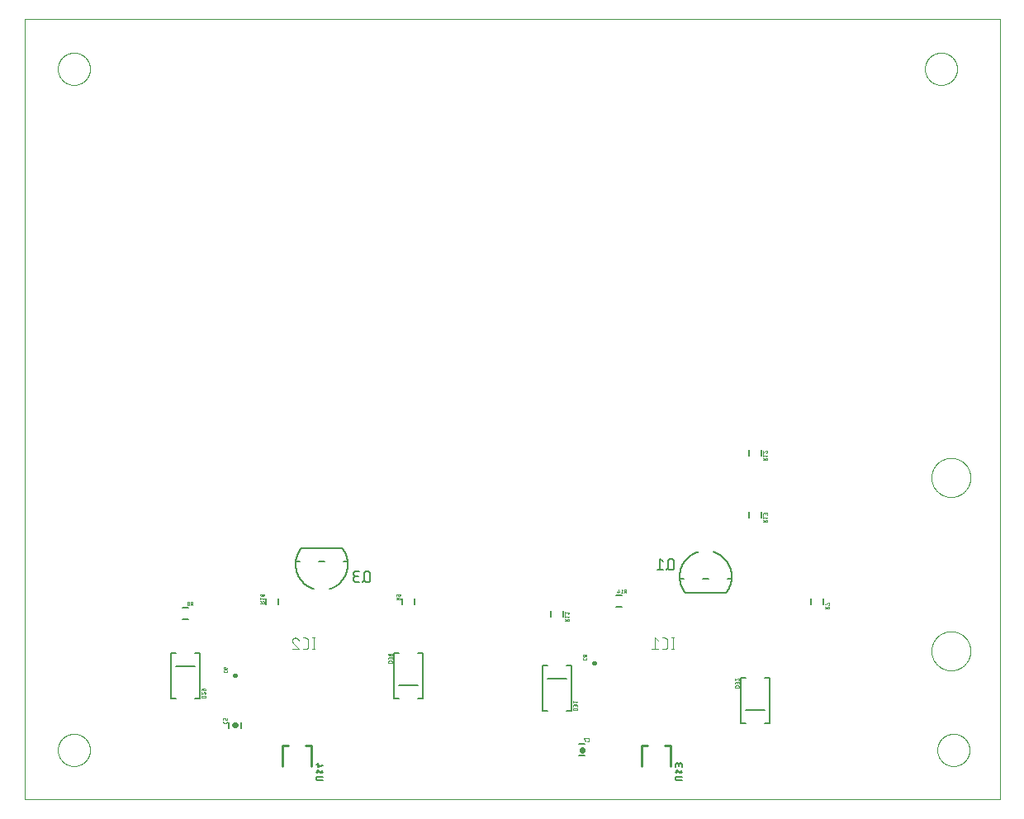
<source format=gbo>
G75*
%MOIN*%
%OFA0B0*%
%FSLAX25Y25*%
%IPPOS*%
%LPD*%
%AMOC8*
5,1,8,0,0,1.08239X$1,22.5*
%
%ADD10C,0.00000*%
%ADD11C,0.00600*%
%ADD12C,0.00100*%
%ADD13C,0.02200*%
%ADD14C,0.01500*%
%ADD15C,0.00800*%
%ADD16C,0.00400*%
%ADD17C,0.01000*%
%ADD18C,0.00500*%
D10*
X0001800Y0001800D02*
X0001800Y0316761D01*
X0395501Y0316761D01*
X0395501Y0001800D01*
X0001800Y0001800D01*
X0015300Y0021800D02*
X0015302Y0021961D01*
X0015308Y0022121D01*
X0015318Y0022282D01*
X0015332Y0022442D01*
X0015350Y0022602D01*
X0015371Y0022761D01*
X0015397Y0022920D01*
X0015427Y0023078D01*
X0015460Y0023235D01*
X0015498Y0023392D01*
X0015539Y0023547D01*
X0015584Y0023701D01*
X0015633Y0023854D01*
X0015686Y0024006D01*
X0015742Y0024157D01*
X0015803Y0024306D01*
X0015866Y0024454D01*
X0015934Y0024600D01*
X0016005Y0024744D01*
X0016079Y0024886D01*
X0016157Y0025027D01*
X0016239Y0025165D01*
X0016324Y0025302D01*
X0016412Y0025436D01*
X0016504Y0025568D01*
X0016599Y0025698D01*
X0016697Y0025826D01*
X0016798Y0025951D01*
X0016902Y0026073D01*
X0017009Y0026193D01*
X0017119Y0026310D01*
X0017232Y0026425D01*
X0017348Y0026536D01*
X0017467Y0026645D01*
X0017588Y0026750D01*
X0017712Y0026853D01*
X0017838Y0026953D01*
X0017966Y0027049D01*
X0018097Y0027142D01*
X0018231Y0027232D01*
X0018366Y0027319D01*
X0018504Y0027402D01*
X0018643Y0027482D01*
X0018785Y0027558D01*
X0018928Y0027631D01*
X0019073Y0027700D01*
X0019220Y0027766D01*
X0019368Y0027828D01*
X0019518Y0027886D01*
X0019669Y0027941D01*
X0019822Y0027992D01*
X0019976Y0028039D01*
X0020131Y0028082D01*
X0020287Y0028121D01*
X0020443Y0028157D01*
X0020601Y0028188D01*
X0020759Y0028216D01*
X0020918Y0028240D01*
X0021078Y0028260D01*
X0021238Y0028276D01*
X0021398Y0028288D01*
X0021559Y0028296D01*
X0021720Y0028300D01*
X0021880Y0028300D01*
X0022041Y0028296D01*
X0022202Y0028288D01*
X0022362Y0028276D01*
X0022522Y0028260D01*
X0022682Y0028240D01*
X0022841Y0028216D01*
X0022999Y0028188D01*
X0023157Y0028157D01*
X0023313Y0028121D01*
X0023469Y0028082D01*
X0023624Y0028039D01*
X0023778Y0027992D01*
X0023931Y0027941D01*
X0024082Y0027886D01*
X0024232Y0027828D01*
X0024380Y0027766D01*
X0024527Y0027700D01*
X0024672Y0027631D01*
X0024815Y0027558D01*
X0024957Y0027482D01*
X0025096Y0027402D01*
X0025234Y0027319D01*
X0025369Y0027232D01*
X0025503Y0027142D01*
X0025634Y0027049D01*
X0025762Y0026953D01*
X0025888Y0026853D01*
X0026012Y0026750D01*
X0026133Y0026645D01*
X0026252Y0026536D01*
X0026368Y0026425D01*
X0026481Y0026310D01*
X0026591Y0026193D01*
X0026698Y0026073D01*
X0026802Y0025951D01*
X0026903Y0025826D01*
X0027001Y0025698D01*
X0027096Y0025568D01*
X0027188Y0025436D01*
X0027276Y0025302D01*
X0027361Y0025165D01*
X0027443Y0025027D01*
X0027521Y0024886D01*
X0027595Y0024744D01*
X0027666Y0024600D01*
X0027734Y0024454D01*
X0027797Y0024306D01*
X0027858Y0024157D01*
X0027914Y0024006D01*
X0027967Y0023854D01*
X0028016Y0023701D01*
X0028061Y0023547D01*
X0028102Y0023392D01*
X0028140Y0023235D01*
X0028173Y0023078D01*
X0028203Y0022920D01*
X0028229Y0022761D01*
X0028250Y0022602D01*
X0028268Y0022442D01*
X0028282Y0022282D01*
X0028292Y0022121D01*
X0028298Y0021961D01*
X0028300Y0021800D01*
X0028298Y0021639D01*
X0028292Y0021479D01*
X0028282Y0021318D01*
X0028268Y0021158D01*
X0028250Y0020998D01*
X0028229Y0020839D01*
X0028203Y0020680D01*
X0028173Y0020522D01*
X0028140Y0020365D01*
X0028102Y0020208D01*
X0028061Y0020053D01*
X0028016Y0019899D01*
X0027967Y0019746D01*
X0027914Y0019594D01*
X0027858Y0019443D01*
X0027797Y0019294D01*
X0027734Y0019146D01*
X0027666Y0019000D01*
X0027595Y0018856D01*
X0027521Y0018714D01*
X0027443Y0018573D01*
X0027361Y0018435D01*
X0027276Y0018298D01*
X0027188Y0018164D01*
X0027096Y0018032D01*
X0027001Y0017902D01*
X0026903Y0017774D01*
X0026802Y0017649D01*
X0026698Y0017527D01*
X0026591Y0017407D01*
X0026481Y0017290D01*
X0026368Y0017175D01*
X0026252Y0017064D01*
X0026133Y0016955D01*
X0026012Y0016850D01*
X0025888Y0016747D01*
X0025762Y0016647D01*
X0025634Y0016551D01*
X0025503Y0016458D01*
X0025369Y0016368D01*
X0025234Y0016281D01*
X0025096Y0016198D01*
X0024957Y0016118D01*
X0024815Y0016042D01*
X0024672Y0015969D01*
X0024527Y0015900D01*
X0024380Y0015834D01*
X0024232Y0015772D01*
X0024082Y0015714D01*
X0023931Y0015659D01*
X0023778Y0015608D01*
X0023624Y0015561D01*
X0023469Y0015518D01*
X0023313Y0015479D01*
X0023157Y0015443D01*
X0022999Y0015412D01*
X0022841Y0015384D01*
X0022682Y0015360D01*
X0022522Y0015340D01*
X0022362Y0015324D01*
X0022202Y0015312D01*
X0022041Y0015304D01*
X0021880Y0015300D01*
X0021720Y0015300D01*
X0021559Y0015304D01*
X0021398Y0015312D01*
X0021238Y0015324D01*
X0021078Y0015340D01*
X0020918Y0015360D01*
X0020759Y0015384D01*
X0020601Y0015412D01*
X0020443Y0015443D01*
X0020287Y0015479D01*
X0020131Y0015518D01*
X0019976Y0015561D01*
X0019822Y0015608D01*
X0019669Y0015659D01*
X0019518Y0015714D01*
X0019368Y0015772D01*
X0019220Y0015834D01*
X0019073Y0015900D01*
X0018928Y0015969D01*
X0018785Y0016042D01*
X0018643Y0016118D01*
X0018504Y0016198D01*
X0018366Y0016281D01*
X0018231Y0016368D01*
X0018097Y0016458D01*
X0017966Y0016551D01*
X0017838Y0016647D01*
X0017712Y0016747D01*
X0017588Y0016850D01*
X0017467Y0016955D01*
X0017348Y0017064D01*
X0017232Y0017175D01*
X0017119Y0017290D01*
X0017009Y0017407D01*
X0016902Y0017527D01*
X0016798Y0017649D01*
X0016697Y0017774D01*
X0016599Y0017902D01*
X0016504Y0018032D01*
X0016412Y0018164D01*
X0016324Y0018298D01*
X0016239Y0018435D01*
X0016157Y0018573D01*
X0016079Y0018714D01*
X0016005Y0018856D01*
X0015934Y0019000D01*
X0015866Y0019146D01*
X0015803Y0019294D01*
X0015742Y0019443D01*
X0015686Y0019594D01*
X0015633Y0019746D01*
X0015584Y0019899D01*
X0015539Y0020053D01*
X0015498Y0020208D01*
X0015460Y0020365D01*
X0015427Y0020522D01*
X0015397Y0020680D01*
X0015371Y0020839D01*
X0015350Y0020998D01*
X0015332Y0021158D01*
X0015318Y0021318D01*
X0015308Y0021479D01*
X0015302Y0021639D01*
X0015300Y0021800D01*
X0015300Y0296800D02*
X0015302Y0296961D01*
X0015308Y0297121D01*
X0015318Y0297282D01*
X0015332Y0297442D01*
X0015350Y0297602D01*
X0015371Y0297761D01*
X0015397Y0297920D01*
X0015427Y0298078D01*
X0015460Y0298235D01*
X0015498Y0298392D01*
X0015539Y0298547D01*
X0015584Y0298701D01*
X0015633Y0298854D01*
X0015686Y0299006D01*
X0015742Y0299157D01*
X0015803Y0299306D01*
X0015866Y0299454D01*
X0015934Y0299600D01*
X0016005Y0299744D01*
X0016079Y0299886D01*
X0016157Y0300027D01*
X0016239Y0300165D01*
X0016324Y0300302D01*
X0016412Y0300436D01*
X0016504Y0300568D01*
X0016599Y0300698D01*
X0016697Y0300826D01*
X0016798Y0300951D01*
X0016902Y0301073D01*
X0017009Y0301193D01*
X0017119Y0301310D01*
X0017232Y0301425D01*
X0017348Y0301536D01*
X0017467Y0301645D01*
X0017588Y0301750D01*
X0017712Y0301853D01*
X0017838Y0301953D01*
X0017966Y0302049D01*
X0018097Y0302142D01*
X0018231Y0302232D01*
X0018366Y0302319D01*
X0018504Y0302402D01*
X0018643Y0302482D01*
X0018785Y0302558D01*
X0018928Y0302631D01*
X0019073Y0302700D01*
X0019220Y0302766D01*
X0019368Y0302828D01*
X0019518Y0302886D01*
X0019669Y0302941D01*
X0019822Y0302992D01*
X0019976Y0303039D01*
X0020131Y0303082D01*
X0020287Y0303121D01*
X0020443Y0303157D01*
X0020601Y0303188D01*
X0020759Y0303216D01*
X0020918Y0303240D01*
X0021078Y0303260D01*
X0021238Y0303276D01*
X0021398Y0303288D01*
X0021559Y0303296D01*
X0021720Y0303300D01*
X0021880Y0303300D01*
X0022041Y0303296D01*
X0022202Y0303288D01*
X0022362Y0303276D01*
X0022522Y0303260D01*
X0022682Y0303240D01*
X0022841Y0303216D01*
X0022999Y0303188D01*
X0023157Y0303157D01*
X0023313Y0303121D01*
X0023469Y0303082D01*
X0023624Y0303039D01*
X0023778Y0302992D01*
X0023931Y0302941D01*
X0024082Y0302886D01*
X0024232Y0302828D01*
X0024380Y0302766D01*
X0024527Y0302700D01*
X0024672Y0302631D01*
X0024815Y0302558D01*
X0024957Y0302482D01*
X0025096Y0302402D01*
X0025234Y0302319D01*
X0025369Y0302232D01*
X0025503Y0302142D01*
X0025634Y0302049D01*
X0025762Y0301953D01*
X0025888Y0301853D01*
X0026012Y0301750D01*
X0026133Y0301645D01*
X0026252Y0301536D01*
X0026368Y0301425D01*
X0026481Y0301310D01*
X0026591Y0301193D01*
X0026698Y0301073D01*
X0026802Y0300951D01*
X0026903Y0300826D01*
X0027001Y0300698D01*
X0027096Y0300568D01*
X0027188Y0300436D01*
X0027276Y0300302D01*
X0027361Y0300165D01*
X0027443Y0300027D01*
X0027521Y0299886D01*
X0027595Y0299744D01*
X0027666Y0299600D01*
X0027734Y0299454D01*
X0027797Y0299306D01*
X0027858Y0299157D01*
X0027914Y0299006D01*
X0027967Y0298854D01*
X0028016Y0298701D01*
X0028061Y0298547D01*
X0028102Y0298392D01*
X0028140Y0298235D01*
X0028173Y0298078D01*
X0028203Y0297920D01*
X0028229Y0297761D01*
X0028250Y0297602D01*
X0028268Y0297442D01*
X0028282Y0297282D01*
X0028292Y0297121D01*
X0028298Y0296961D01*
X0028300Y0296800D01*
X0028298Y0296639D01*
X0028292Y0296479D01*
X0028282Y0296318D01*
X0028268Y0296158D01*
X0028250Y0295998D01*
X0028229Y0295839D01*
X0028203Y0295680D01*
X0028173Y0295522D01*
X0028140Y0295365D01*
X0028102Y0295208D01*
X0028061Y0295053D01*
X0028016Y0294899D01*
X0027967Y0294746D01*
X0027914Y0294594D01*
X0027858Y0294443D01*
X0027797Y0294294D01*
X0027734Y0294146D01*
X0027666Y0294000D01*
X0027595Y0293856D01*
X0027521Y0293714D01*
X0027443Y0293573D01*
X0027361Y0293435D01*
X0027276Y0293298D01*
X0027188Y0293164D01*
X0027096Y0293032D01*
X0027001Y0292902D01*
X0026903Y0292774D01*
X0026802Y0292649D01*
X0026698Y0292527D01*
X0026591Y0292407D01*
X0026481Y0292290D01*
X0026368Y0292175D01*
X0026252Y0292064D01*
X0026133Y0291955D01*
X0026012Y0291850D01*
X0025888Y0291747D01*
X0025762Y0291647D01*
X0025634Y0291551D01*
X0025503Y0291458D01*
X0025369Y0291368D01*
X0025234Y0291281D01*
X0025096Y0291198D01*
X0024957Y0291118D01*
X0024815Y0291042D01*
X0024672Y0290969D01*
X0024527Y0290900D01*
X0024380Y0290834D01*
X0024232Y0290772D01*
X0024082Y0290714D01*
X0023931Y0290659D01*
X0023778Y0290608D01*
X0023624Y0290561D01*
X0023469Y0290518D01*
X0023313Y0290479D01*
X0023157Y0290443D01*
X0022999Y0290412D01*
X0022841Y0290384D01*
X0022682Y0290360D01*
X0022522Y0290340D01*
X0022362Y0290324D01*
X0022202Y0290312D01*
X0022041Y0290304D01*
X0021880Y0290300D01*
X0021720Y0290300D01*
X0021559Y0290304D01*
X0021398Y0290312D01*
X0021238Y0290324D01*
X0021078Y0290340D01*
X0020918Y0290360D01*
X0020759Y0290384D01*
X0020601Y0290412D01*
X0020443Y0290443D01*
X0020287Y0290479D01*
X0020131Y0290518D01*
X0019976Y0290561D01*
X0019822Y0290608D01*
X0019669Y0290659D01*
X0019518Y0290714D01*
X0019368Y0290772D01*
X0019220Y0290834D01*
X0019073Y0290900D01*
X0018928Y0290969D01*
X0018785Y0291042D01*
X0018643Y0291118D01*
X0018504Y0291198D01*
X0018366Y0291281D01*
X0018231Y0291368D01*
X0018097Y0291458D01*
X0017966Y0291551D01*
X0017838Y0291647D01*
X0017712Y0291747D01*
X0017588Y0291850D01*
X0017467Y0291955D01*
X0017348Y0292064D01*
X0017232Y0292175D01*
X0017119Y0292290D01*
X0017009Y0292407D01*
X0016902Y0292527D01*
X0016798Y0292649D01*
X0016697Y0292774D01*
X0016599Y0292902D01*
X0016504Y0293032D01*
X0016412Y0293164D01*
X0016324Y0293298D01*
X0016239Y0293435D01*
X0016157Y0293573D01*
X0016079Y0293714D01*
X0016005Y0293856D01*
X0015934Y0294000D01*
X0015866Y0294146D01*
X0015803Y0294294D01*
X0015742Y0294443D01*
X0015686Y0294594D01*
X0015633Y0294746D01*
X0015584Y0294899D01*
X0015539Y0295053D01*
X0015498Y0295208D01*
X0015460Y0295365D01*
X0015427Y0295522D01*
X0015397Y0295680D01*
X0015371Y0295839D01*
X0015350Y0295998D01*
X0015332Y0296158D01*
X0015318Y0296318D01*
X0015308Y0296479D01*
X0015302Y0296639D01*
X0015300Y0296800D01*
X0365300Y0296800D02*
X0365302Y0296961D01*
X0365308Y0297121D01*
X0365318Y0297282D01*
X0365332Y0297442D01*
X0365350Y0297602D01*
X0365371Y0297761D01*
X0365397Y0297920D01*
X0365427Y0298078D01*
X0365460Y0298235D01*
X0365498Y0298392D01*
X0365539Y0298547D01*
X0365584Y0298701D01*
X0365633Y0298854D01*
X0365686Y0299006D01*
X0365742Y0299157D01*
X0365803Y0299306D01*
X0365866Y0299454D01*
X0365934Y0299600D01*
X0366005Y0299744D01*
X0366079Y0299886D01*
X0366157Y0300027D01*
X0366239Y0300165D01*
X0366324Y0300302D01*
X0366412Y0300436D01*
X0366504Y0300568D01*
X0366599Y0300698D01*
X0366697Y0300826D01*
X0366798Y0300951D01*
X0366902Y0301073D01*
X0367009Y0301193D01*
X0367119Y0301310D01*
X0367232Y0301425D01*
X0367348Y0301536D01*
X0367467Y0301645D01*
X0367588Y0301750D01*
X0367712Y0301853D01*
X0367838Y0301953D01*
X0367966Y0302049D01*
X0368097Y0302142D01*
X0368231Y0302232D01*
X0368366Y0302319D01*
X0368504Y0302402D01*
X0368643Y0302482D01*
X0368785Y0302558D01*
X0368928Y0302631D01*
X0369073Y0302700D01*
X0369220Y0302766D01*
X0369368Y0302828D01*
X0369518Y0302886D01*
X0369669Y0302941D01*
X0369822Y0302992D01*
X0369976Y0303039D01*
X0370131Y0303082D01*
X0370287Y0303121D01*
X0370443Y0303157D01*
X0370601Y0303188D01*
X0370759Y0303216D01*
X0370918Y0303240D01*
X0371078Y0303260D01*
X0371238Y0303276D01*
X0371398Y0303288D01*
X0371559Y0303296D01*
X0371720Y0303300D01*
X0371880Y0303300D01*
X0372041Y0303296D01*
X0372202Y0303288D01*
X0372362Y0303276D01*
X0372522Y0303260D01*
X0372682Y0303240D01*
X0372841Y0303216D01*
X0372999Y0303188D01*
X0373157Y0303157D01*
X0373313Y0303121D01*
X0373469Y0303082D01*
X0373624Y0303039D01*
X0373778Y0302992D01*
X0373931Y0302941D01*
X0374082Y0302886D01*
X0374232Y0302828D01*
X0374380Y0302766D01*
X0374527Y0302700D01*
X0374672Y0302631D01*
X0374815Y0302558D01*
X0374957Y0302482D01*
X0375096Y0302402D01*
X0375234Y0302319D01*
X0375369Y0302232D01*
X0375503Y0302142D01*
X0375634Y0302049D01*
X0375762Y0301953D01*
X0375888Y0301853D01*
X0376012Y0301750D01*
X0376133Y0301645D01*
X0376252Y0301536D01*
X0376368Y0301425D01*
X0376481Y0301310D01*
X0376591Y0301193D01*
X0376698Y0301073D01*
X0376802Y0300951D01*
X0376903Y0300826D01*
X0377001Y0300698D01*
X0377096Y0300568D01*
X0377188Y0300436D01*
X0377276Y0300302D01*
X0377361Y0300165D01*
X0377443Y0300027D01*
X0377521Y0299886D01*
X0377595Y0299744D01*
X0377666Y0299600D01*
X0377734Y0299454D01*
X0377797Y0299306D01*
X0377858Y0299157D01*
X0377914Y0299006D01*
X0377967Y0298854D01*
X0378016Y0298701D01*
X0378061Y0298547D01*
X0378102Y0298392D01*
X0378140Y0298235D01*
X0378173Y0298078D01*
X0378203Y0297920D01*
X0378229Y0297761D01*
X0378250Y0297602D01*
X0378268Y0297442D01*
X0378282Y0297282D01*
X0378292Y0297121D01*
X0378298Y0296961D01*
X0378300Y0296800D01*
X0378298Y0296639D01*
X0378292Y0296479D01*
X0378282Y0296318D01*
X0378268Y0296158D01*
X0378250Y0295998D01*
X0378229Y0295839D01*
X0378203Y0295680D01*
X0378173Y0295522D01*
X0378140Y0295365D01*
X0378102Y0295208D01*
X0378061Y0295053D01*
X0378016Y0294899D01*
X0377967Y0294746D01*
X0377914Y0294594D01*
X0377858Y0294443D01*
X0377797Y0294294D01*
X0377734Y0294146D01*
X0377666Y0294000D01*
X0377595Y0293856D01*
X0377521Y0293714D01*
X0377443Y0293573D01*
X0377361Y0293435D01*
X0377276Y0293298D01*
X0377188Y0293164D01*
X0377096Y0293032D01*
X0377001Y0292902D01*
X0376903Y0292774D01*
X0376802Y0292649D01*
X0376698Y0292527D01*
X0376591Y0292407D01*
X0376481Y0292290D01*
X0376368Y0292175D01*
X0376252Y0292064D01*
X0376133Y0291955D01*
X0376012Y0291850D01*
X0375888Y0291747D01*
X0375762Y0291647D01*
X0375634Y0291551D01*
X0375503Y0291458D01*
X0375369Y0291368D01*
X0375234Y0291281D01*
X0375096Y0291198D01*
X0374957Y0291118D01*
X0374815Y0291042D01*
X0374672Y0290969D01*
X0374527Y0290900D01*
X0374380Y0290834D01*
X0374232Y0290772D01*
X0374082Y0290714D01*
X0373931Y0290659D01*
X0373778Y0290608D01*
X0373624Y0290561D01*
X0373469Y0290518D01*
X0373313Y0290479D01*
X0373157Y0290443D01*
X0372999Y0290412D01*
X0372841Y0290384D01*
X0372682Y0290360D01*
X0372522Y0290340D01*
X0372362Y0290324D01*
X0372202Y0290312D01*
X0372041Y0290304D01*
X0371880Y0290300D01*
X0371720Y0290300D01*
X0371559Y0290304D01*
X0371398Y0290312D01*
X0371238Y0290324D01*
X0371078Y0290340D01*
X0370918Y0290360D01*
X0370759Y0290384D01*
X0370601Y0290412D01*
X0370443Y0290443D01*
X0370287Y0290479D01*
X0370131Y0290518D01*
X0369976Y0290561D01*
X0369822Y0290608D01*
X0369669Y0290659D01*
X0369518Y0290714D01*
X0369368Y0290772D01*
X0369220Y0290834D01*
X0369073Y0290900D01*
X0368928Y0290969D01*
X0368785Y0291042D01*
X0368643Y0291118D01*
X0368504Y0291198D01*
X0368366Y0291281D01*
X0368231Y0291368D01*
X0368097Y0291458D01*
X0367966Y0291551D01*
X0367838Y0291647D01*
X0367712Y0291747D01*
X0367588Y0291850D01*
X0367467Y0291955D01*
X0367348Y0292064D01*
X0367232Y0292175D01*
X0367119Y0292290D01*
X0367009Y0292407D01*
X0366902Y0292527D01*
X0366798Y0292649D01*
X0366697Y0292774D01*
X0366599Y0292902D01*
X0366504Y0293032D01*
X0366412Y0293164D01*
X0366324Y0293298D01*
X0366239Y0293435D01*
X0366157Y0293573D01*
X0366079Y0293714D01*
X0366005Y0293856D01*
X0365934Y0294000D01*
X0365866Y0294146D01*
X0365803Y0294294D01*
X0365742Y0294443D01*
X0365686Y0294594D01*
X0365633Y0294746D01*
X0365584Y0294899D01*
X0365539Y0295053D01*
X0365498Y0295208D01*
X0365460Y0295365D01*
X0365427Y0295522D01*
X0365397Y0295680D01*
X0365371Y0295839D01*
X0365350Y0295998D01*
X0365332Y0296158D01*
X0365318Y0296318D01*
X0365308Y0296479D01*
X0365302Y0296639D01*
X0365300Y0296800D01*
X0367942Y0131800D02*
X0367944Y0131993D01*
X0367951Y0132186D01*
X0367963Y0132379D01*
X0367980Y0132572D01*
X0368001Y0132764D01*
X0368027Y0132955D01*
X0368058Y0133146D01*
X0368093Y0133336D01*
X0368133Y0133525D01*
X0368178Y0133713D01*
X0368227Y0133900D01*
X0368281Y0134086D01*
X0368339Y0134270D01*
X0368402Y0134453D01*
X0368470Y0134634D01*
X0368541Y0134813D01*
X0368618Y0134991D01*
X0368698Y0135167D01*
X0368783Y0135340D01*
X0368872Y0135512D01*
X0368965Y0135681D01*
X0369062Y0135848D01*
X0369164Y0136013D01*
X0369269Y0136175D01*
X0369378Y0136334D01*
X0369492Y0136491D01*
X0369609Y0136644D01*
X0369729Y0136795D01*
X0369854Y0136943D01*
X0369982Y0137088D01*
X0370113Y0137229D01*
X0370248Y0137368D01*
X0370387Y0137503D01*
X0370528Y0137634D01*
X0370673Y0137762D01*
X0370821Y0137887D01*
X0370972Y0138007D01*
X0371125Y0138124D01*
X0371282Y0138238D01*
X0371441Y0138347D01*
X0371603Y0138452D01*
X0371768Y0138554D01*
X0371935Y0138651D01*
X0372104Y0138744D01*
X0372276Y0138833D01*
X0372449Y0138918D01*
X0372625Y0138998D01*
X0372803Y0139075D01*
X0372982Y0139146D01*
X0373163Y0139214D01*
X0373346Y0139277D01*
X0373530Y0139335D01*
X0373716Y0139389D01*
X0373903Y0139438D01*
X0374091Y0139483D01*
X0374280Y0139523D01*
X0374470Y0139558D01*
X0374661Y0139589D01*
X0374852Y0139615D01*
X0375044Y0139636D01*
X0375237Y0139653D01*
X0375430Y0139665D01*
X0375623Y0139672D01*
X0375816Y0139674D01*
X0376009Y0139672D01*
X0376202Y0139665D01*
X0376395Y0139653D01*
X0376588Y0139636D01*
X0376780Y0139615D01*
X0376971Y0139589D01*
X0377162Y0139558D01*
X0377352Y0139523D01*
X0377541Y0139483D01*
X0377729Y0139438D01*
X0377916Y0139389D01*
X0378102Y0139335D01*
X0378286Y0139277D01*
X0378469Y0139214D01*
X0378650Y0139146D01*
X0378829Y0139075D01*
X0379007Y0138998D01*
X0379183Y0138918D01*
X0379356Y0138833D01*
X0379528Y0138744D01*
X0379697Y0138651D01*
X0379864Y0138554D01*
X0380029Y0138452D01*
X0380191Y0138347D01*
X0380350Y0138238D01*
X0380507Y0138124D01*
X0380660Y0138007D01*
X0380811Y0137887D01*
X0380959Y0137762D01*
X0381104Y0137634D01*
X0381245Y0137503D01*
X0381384Y0137368D01*
X0381519Y0137229D01*
X0381650Y0137088D01*
X0381778Y0136943D01*
X0381903Y0136795D01*
X0382023Y0136644D01*
X0382140Y0136491D01*
X0382254Y0136334D01*
X0382363Y0136175D01*
X0382468Y0136013D01*
X0382570Y0135848D01*
X0382667Y0135681D01*
X0382760Y0135512D01*
X0382849Y0135340D01*
X0382934Y0135167D01*
X0383014Y0134991D01*
X0383091Y0134813D01*
X0383162Y0134634D01*
X0383230Y0134453D01*
X0383293Y0134270D01*
X0383351Y0134086D01*
X0383405Y0133900D01*
X0383454Y0133713D01*
X0383499Y0133525D01*
X0383539Y0133336D01*
X0383574Y0133146D01*
X0383605Y0132955D01*
X0383631Y0132764D01*
X0383652Y0132572D01*
X0383669Y0132379D01*
X0383681Y0132186D01*
X0383688Y0131993D01*
X0383690Y0131800D01*
X0383688Y0131607D01*
X0383681Y0131414D01*
X0383669Y0131221D01*
X0383652Y0131028D01*
X0383631Y0130836D01*
X0383605Y0130645D01*
X0383574Y0130454D01*
X0383539Y0130264D01*
X0383499Y0130075D01*
X0383454Y0129887D01*
X0383405Y0129700D01*
X0383351Y0129514D01*
X0383293Y0129330D01*
X0383230Y0129147D01*
X0383162Y0128966D01*
X0383091Y0128787D01*
X0383014Y0128609D01*
X0382934Y0128433D01*
X0382849Y0128260D01*
X0382760Y0128088D01*
X0382667Y0127919D01*
X0382570Y0127752D01*
X0382468Y0127587D01*
X0382363Y0127425D01*
X0382254Y0127266D01*
X0382140Y0127109D01*
X0382023Y0126956D01*
X0381903Y0126805D01*
X0381778Y0126657D01*
X0381650Y0126512D01*
X0381519Y0126371D01*
X0381384Y0126232D01*
X0381245Y0126097D01*
X0381104Y0125966D01*
X0380959Y0125838D01*
X0380811Y0125713D01*
X0380660Y0125593D01*
X0380507Y0125476D01*
X0380350Y0125362D01*
X0380191Y0125253D01*
X0380029Y0125148D01*
X0379864Y0125046D01*
X0379697Y0124949D01*
X0379528Y0124856D01*
X0379356Y0124767D01*
X0379183Y0124682D01*
X0379007Y0124602D01*
X0378829Y0124525D01*
X0378650Y0124454D01*
X0378469Y0124386D01*
X0378286Y0124323D01*
X0378102Y0124265D01*
X0377916Y0124211D01*
X0377729Y0124162D01*
X0377541Y0124117D01*
X0377352Y0124077D01*
X0377162Y0124042D01*
X0376971Y0124011D01*
X0376780Y0123985D01*
X0376588Y0123964D01*
X0376395Y0123947D01*
X0376202Y0123935D01*
X0376009Y0123928D01*
X0375816Y0123926D01*
X0375623Y0123928D01*
X0375430Y0123935D01*
X0375237Y0123947D01*
X0375044Y0123964D01*
X0374852Y0123985D01*
X0374661Y0124011D01*
X0374470Y0124042D01*
X0374280Y0124077D01*
X0374091Y0124117D01*
X0373903Y0124162D01*
X0373716Y0124211D01*
X0373530Y0124265D01*
X0373346Y0124323D01*
X0373163Y0124386D01*
X0372982Y0124454D01*
X0372803Y0124525D01*
X0372625Y0124602D01*
X0372449Y0124682D01*
X0372276Y0124767D01*
X0372104Y0124856D01*
X0371935Y0124949D01*
X0371768Y0125046D01*
X0371603Y0125148D01*
X0371441Y0125253D01*
X0371282Y0125362D01*
X0371125Y0125476D01*
X0370972Y0125593D01*
X0370821Y0125713D01*
X0370673Y0125838D01*
X0370528Y0125966D01*
X0370387Y0126097D01*
X0370248Y0126232D01*
X0370113Y0126371D01*
X0369982Y0126512D01*
X0369854Y0126657D01*
X0369729Y0126805D01*
X0369609Y0126956D01*
X0369492Y0127109D01*
X0369378Y0127266D01*
X0369269Y0127425D01*
X0369164Y0127587D01*
X0369062Y0127752D01*
X0368965Y0127919D01*
X0368872Y0128088D01*
X0368783Y0128260D01*
X0368698Y0128433D01*
X0368618Y0128609D01*
X0368541Y0128787D01*
X0368470Y0128966D01*
X0368402Y0129147D01*
X0368339Y0129330D01*
X0368281Y0129514D01*
X0368227Y0129700D01*
X0368178Y0129887D01*
X0368133Y0130075D01*
X0368093Y0130264D01*
X0368058Y0130454D01*
X0368027Y0130645D01*
X0368001Y0130836D01*
X0367980Y0131028D01*
X0367963Y0131221D01*
X0367951Y0131414D01*
X0367944Y0131607D01*
X0367942Y0131800D01*
X0367942Y0061800D02*
X0367944Y0061993D01*
X0367951Y0062186D01*
X0367963Y0062379D01*
X0367980Y0062572D01*
X0368001Y0062764D01*
X0368027Y0062955D01*
X0368058Y0063146D01*
X0368093Y0063336D01*
X0368133Y0063525D01*
X0368178Y0063713D01*
X0368227Y0063900D01*
X0368281Y0064086D01*
X0368339Y0064270D01*
X0368402Y0064453D01*
X0368470Y0064634D01*
X0368541Y0064813D01*
X0368618Y0064991D01*
X0368698Y0065167D01*
X0368783Y0065340D01*
X0368872Y0065512D01*
X0368965Y0065681D01*
X0369062Y0065848D01*
X0369164Y0066013D01*
X0369269Y0066175D01*
X0369378Y0066334D01*
X0369492Y0066491D01*
X0369609Y0066644D01*
X0369729Y0066795D01*
X0369854Y0066943D01*
X0369982Y0067088D01*
X0370113Y0067229D01*
X0370248Y0067368D01*
X0370387Y0067503D01*
X0370528Y0067634D01*
X0370673Y0067762D01*
X0370821Y0067887D01*
X0370972Y0068007D01*
X0371125Y0068124D01*
X0371282Y0068238D01*
X0371441Y0068347D01*
X0371603Y0068452D01*
X0371768Y0068554D01*
X0371935Y0068651D01*
X0372104Y0068744D01*
X0372276Y0068833D01*
X0372449Y0068918D01*
X0372625Y0068998D01*
X0372803Y0069075D01*
X0372982Y0069146D01*
X0373163Y0069214D01*
X0373346Y0069277D01*
X0373530Y0069335D01*
X0373716Y0069389D01*
X0373903Y0069438D01*
X0374091Y0069483D01*
X0374280Y0069523D01*
X0374470Y0069558D01*
X0374661Y0069589D01*
X0374852Y0069615D01*
X0375044Y0069636D01*
X0375237Y0069653D01*
X0375430Y0069665D01*
X0375623Y0069672D01*
X0375816Y0069674D01*
X0376009Y0069672D01*
X0376202Y0069665D01*
X0376395Y0069653D01*
X0376588Y0069636D01*
X0376780Y0069615D01*
X0376971Y0069589D01*
X0377162Y0069558D01*
X0377352Y0069523D01*
X0377541Y0069483D01*
X0377729Y0069438D01*
X0377916Y0069389D01*
X0378102Y0069335D01*
X0378286Y0069277D01*
X0378469Y0069214D01*
X0378650Y0069146D01*
X0378829Y0069075D01*
X0379007Y0068998D01*
X0379183Y0068918D01*
X0379356Y0068833D01*
X0379528Y0068744D01*
X0379697Y0068651D01*
X0379864Y0068554D01*
X0380029Y0068452D01*
X0380191Y0068347D01*
X0380350Y0068238D01*
X0380507Y0068124D01*
X0380660Y0068007D01*
X0380811Y0067887D01*
X0380959Y0067762D01*
X0381104Y0067634D01*
X0381245Y0067503D01*
X0381384Y0067368D01*
X0381519Y0067229D01*
X0381650Y0067088D01*
X0381778Y0066943D01*
X0381903Y0066795D01*
X0382023Y0066644D01*
X0382140Y0066491D01*
X0382254Y0066334D01*
X0382363Y0066175D01*
X0382468Y0066013D01*
X0382570Y0065848D01*
X0382667Y0065681D01*
X0382760Y0065512D01*
X0382849Y0065340D01*
X0382934Y0065167D01*
X0383014Y0064991D01*
X0383091Y0064813D01*
X0383162Y0064634D01*
X0383230Y0064453D01*
X0383293Y0064270D01*
X0383351Y0064086D01*
X0383405Y0063900D01*
X0383454Y0063713D01*
X0383499Y0063525D01*
X0383539Y0063336D01*
X0383574Y0063146D01*
X0383605Y0062955D01*
X0383631Y0062764D01*
X0383652Y0062572D01*
X0383669Y0062379D01*
X0383681Y0062186D01*
X0383688Y0061993D01*
X0383690Y0061800D01*
X0383688Y0061607D01*
X0383681Y0061414D01*
X0383669Y0061221D01*
X0383652Y0061028D01*
X0383631Y0060836D01*
X0383605Y0060645D01*
X0383574Y0060454D01*
X0383539Y0060264D01*
X0383499Y0060075D01*
X0383454Y0059887D01*
X0383405Y0059700D01*
X0383351Y0059514D01*
X0383293Y0059330D01*
X0383230Y0059147D01*
X0383162Y0058966D01*
X0383091Y0058787D01*
X0383014Y0058609D01*
X0382934Y0058433D01*
X0382849Y0058260D01*
X0382760Y0058088D01*
X0382667Y0057919D01*
X0382570Y0057752D01*
X0382468Y0057587D01*
X0382363Y0057425D01*
X0382254Y0057266D01*
X0382140Y0057109D01*
X0382023Y0056956D01*
X0381903Y0056805D01*
X0381778Y0056657D01*
X0381650Y0056512D01*
X0381519Y0056371D01*
X0381384Y0056232D01*
X0381245Y0056097D01*
X0381104Y0055966D01*
X0380959Y0055838D01*
X0380811Y0055713D01*
X0380660Y0055593D01*
X0380507Y0055476D01*
X0380350Y0055362D01*
X0380191Y0055253D01*
X0380029Y0055148D01*
X0379864Y0055046D01*
X0379697Y0054949D01*
X0379528Y0054856D01*
X0379356Y0054767D01*
X0379183Y0054682D01*
X0379007Y0054602D01*
X0378829Y0054525D01*
X0378650Y0054454D01*
X0378469Y0054386D01*
X0378286Y0054323D01*
X0378102Y0054265D01*
X0377916Y0054211D01*
X0377729Y0054162D01*
X0377541Y0054117D01*
X0377352Y0054077D01*
X0377162Y0054042D01*
X0376971Y0054011D01*
X0376780Y0053985D01*
X0376588Y0053964D01*
X0376395Y0053947D01*
X0376202Y0053935D01*
X0376009Y0053928D01*
X0375816Y0053926D01*
X0375623Y0053928D01*
X0375430Y0053935D01*
X0375237Y0053947D01*
X0375044Y0053964D01*
X0374852Y0053985D01*
X0374661Y0054011D01*
X0374470Y0054042D01*
X0374280Y0054077D01*
X0374091Y0054117D01*
X0373903Y0054162D01*
X0373716Y0054211D01*
X0373530Y0054265D01*
X0373346Y0054323D01*
X0373163Y0054386D01*
X0372982Y0054454D01*
X0372803Y0054525D01*
X0372625Y0054602D01*
X0372449Y0054682D01*
X0372276Y0054767D01*
X0372104Y0054856D01*
X0371935Y0054949D01*
X0371768Y0055046D01*
X0371603Y0055148D01*
X0371441Y0055253D01*
X0371282Y0055362D01*
X0371125Y0055476D01*
X0370972Y0055593D01*
X0370821Y0055713D01*
X0370673Y0055838D01*
X0370528Y0055966D01*
X0370387Y0056097D01*
X0370248Y0056232D01*
X0370113Y0056371D01*
X0369982Y0056512D01*
X0369854Y0056657D01*
X0369729Y0056805D01*
X0369609Y0056956D01*
X0369492Y0057109D01*
X0369378Y0057266D01*
X0369269Y0057425D01*
X0369164Y0057587D01*
X0369062Y0057752D01*
X0368965Y0057919D01*
X0368872Y0058088D01*
X0368783Y0058260D01*
X0368698Y0058433D01*
X0368618Y0058609D01*
X0368541Y0058787D01*
X0368470Y0058966D01*
X0368402Y0059147D01*
X0368339Y0059330D01*
X0368281Y0059514D01*
X0368227Y0059700D01*
X0368178Y0059887D01*
X0368133Y0060075D01*
X0368093Y0060264D01*
X0368058Y0060454D01*
X0368027Y0060645D01*
X0368001Y0060836D01*
X0367980Y0061028D01*
X0367963Y0061221D01*
X0367951Y0061414D01*
X0367944Y0061607D01*
X0367942Y0061800D01*
X0370300Y0021800D02*
X0370302Y0021961D01*
X0370308Y0022121D01*
X0370318Y0022282D01*
X0370332Y0022442D01*
X0370350Y0022602D01*
X0370371Y0022761D01*
X0370397Y0022920D01*
X0370427Y0023078D01*
X0370460Y0023235D01*
X0370498Y0023392D01*
X0370539Y0023547D01*
X0370584Y0023701D01*
X0370633Y0023854D01*
X0370686Y0024006D01*
X0370742Y0024157D01*
X0370803Y0024306D01*
X0370866Y0024454D01*
X0370934Y0024600D01*
X0371005Y0024744D01*
X0371079Y0024886D01*
X0371157Y0025027D01*
X0371239Y0025165D01*
X0371324Y0025302D01*
X0371412Y0025436D01*
X0371504Y0025568D01*
X0371599Y0025698D01*
X0371697Y0025826D01*
X0371798Y0025951D01*
X0371902Y0026073D01*
X0372009Y0026193D01*
X0372119Y0026310D01*
X0372232Y0026425D01*
X0372348Y0026536D01*
X0372467Y0026645D01*
X0372588Y0026750D01*
X0372712Y0026853D01*
X0372838Y0026953D01*
X0372966Y0027049D01*
X0373097Y0027142D01*
X0373231Y0027232D01*
X0373366Y0027319D01*
X0373504Y0027402D01*
X0373643Y0027482D01*
X0373785Y0027558D01*
X0373928Y0027631D01*
X0374073Y0027700D01*
X0374220Y0027766D01*
X0374368Y0027828D01*
X0374518Y0027886D01*
X0374669Y0027941D01*
X0374822Y0027992D01*
X0374976Y0028039D01*
X0375131Y0028082D01*
X0375287Y0028121D01*
X0375443Y0028157D01*
X0375601Y0028188D01*
X0375759Y0028216D01*
X0375918Y0028240D01*
X0376078Y0028260D01*
X0376238Y0028276D01*
X0376398Y0028288D01*
X0376559Y0028296D01*
X0376720Y0028300D01*
X0376880Y0028300D01*
X0377041Y0028296D01*
X0377202Y0028288D01*
X0377362Y0028276D01*
X0377522Y0028260D01*
X0377682Y0028240D01*
X0377841Y0028216D01*
X0377999Y0028188D01*
X0378157Y0028157D01*
X0378313Y0028121D01*
X0378469Y0028082D01*
X0378624Y0028039D01*
X0378778Y0027992D01*
X0378931Y0027941D01*
X0379082Y0027886D01*
X0379232Y0027828D01*
X0379380Y0027766D01*
X0379527Y0027700D01*
X0379672Y0027631D01*
X0379815Y0027558D01*
X0379957Y0027482D01*
X0380096Y0027402D01*
X0380234Y0027319D01*
X0380369Y0027232D01*
X0380503Y0027142D01*
X0380634Y0027049D01*
X0380762Y0026953D01*
X0380888Y0026853D01*
X0381012Y0026750D01*
X0381133Y0026645D01*
X0381252Y0026536D01*
X0381368Y0026425D01*
X0381481Y0026310D01*
X0381591Y0026193D01*
X0381698Y0026073D01*
X0381802Y0025951D01*
X0381903Y0025826D01*
X0382001Y0025698D01*
X0382096Y0025568D01*
X0382188Y0025436D01*
X0382276Y0025302D01*
X0382361Y0025165D01*
X0382443Y0025027D01*
X0382521Y0024886D01*
X0382595Y0024744D01*
X0382666Y0024600D01*
X0382734Y0024454D01*
X0382797Y0024306D01*
X0382858Y0024157D01*
X0382914Y0024006D01*
X0382967Y0023854D01*
X0383016Y0023701D01*
X0383061Y0023547D01*
X0383102Y0023392D01*
X0383140Y0023235D01*
X0383173Y0023078D01*
X0383203Y0022920D01*
X0383229Y0022761D01*
X0383250Y0022602D01*
X0383268Y0022442D01*
X0383282Y0022282D01*
X0383292Y0022121D01*
X0383298Y0021961D01*
X0383300Y0021800D01*
X0383298Y0021639D01*
X0383292Y0021479D01*
X0383282Y0021318D01*
X0383268Y0021158D01*
X0383250Y0020998D01*
X0383229Y0020839D01*
X0383203Y0020680D01*
X0383173Y0020522D01*
X0383140Y0020365D01*
X0383102Y0020208D01*
X0383061Y0020053D01*
X0383016Y0019899D01*
X0382967Y0019746D01*
X0382914Y0019594D01*
X0382858Y0019443D01*
X0382797Y0019294D01*
X0382734Y0019146D01*
X0382666Y0019000D01*
X0382595Y0018856D01*
X0382521Y0018714D01*
X0382443Y0018573D01*
X0382361Y0018435D01*
X0382276Y0018298D01*
X0382188Y0018164D01*
X0382096Y0018032D01*
X0382001Y0017902D01*
X0381903Y0017774D01*
X0381802Y0017649D01*
X0381698Y0017527D01*
X0381591Y0017407D01*
X0381481Y0017290D01*
X0381368Y0017175D01*
X0381252Y0017064D01*
X0381133Y0016955D01*
X0381012Y0016850D01*
X0380888Y0016747D01*
X0380762Y0016647D01*
X0380634Y0016551D01*
X0380503Y0016458D01*
X0380369Y0016368D01*
X0380234Y0016281D01*
X0380096Y0016198D01*
X0379957Y0016118D01*
X0379815Y0016042D01*
X0379672Y0015969D01*
X0379527Y0015900D01*
X0379380Y0015834D01*
X0379232Y0015772D01*
X0379082Y0015714D01*
X0378931Y0015659D01*
X0378778Y0015608D01*
X0378624Y0015561D01*
X0378469Y0015518D01*
X0378313Y0015479D01*
X0378157Y0015443D01*
X0377999Y0015412D01*
X0377841Y0015384D01*
X0377682Y0015360D01*
X0377522Y0015340D01*
X0377362Y0015324D01*
X0377202Y0015312D01*
X0377041Y0015304D01*
X0376880Y0015300D01*
X0376720Y0015300D01*
X0376559Y0015304D01*
X0376398Y0015312D01*
X0376238Y0015324D01*
X0376078Y0015340D01*
X0375918Y0015360D01*
X0375759Y0015384D01*
X0375601Y0015412D01*
X0375443Y0015443D01*
X0375287Y0015479D01*
X0375131Y0015518D01*
X0374976Y0015561D01*
X0374822Y0015608D01*
X0374669Y0015659D01*
X0374518Y0015714D01*
X0374368Y0015772D01*
X0374220Y0015834D01*
X0374073Y0015900D01*
X0373928Y0015969D01*
X0373785Y0016042D01*
X0373643Y0016118D01*
X0373504Y0016198D01*
X0373366Y0016281D01*
X0373231Y0016368D01*
X0373097Y0016458D01*
X0372966Y0016551D01*
X0372838Y0016647D01*
X0372712Y0016747D01*
X0372588Y0016850D01*
X0372467Y0016955D01*
X0372348Y0017064D01*
X0372232Y0017175D01*
X0372119Y0017290D01*
X0372009Y0017407D01*
X0371902Y0017527D01*
X0371798Y0017649D01*
X0371697Y0017774D01*
X0371599Y0017902D01*
X0371504Y0018032D01*
X0371412Y0018164D01*
X0371324Y0018298D01*
X0371239Y0018435D01*
X0371157Y0018573D01*
X0371079Y0018714D01*
X0371005Y0018856D01*
X0370934Y0019000D01*
X0370866Y0019146D01*
X0370803Y0019294D01*
X0370742Y0019443D01*
X0370686Y0019594D01*
X0370633Y0019746D01*
X0370584Y0019899D01*
X0370539Y0020053D01*
X0370498Y0020208D01*
X0370460Y0020365D01*
X0370427Y0020522D01*
X0370397Y0020680D01*
X0370371Y0020839D01*
X0370350Y0020998D01*
X0370332Y0021158D01*
X0370318Y0021318D01*
X0370308Y0021479D01*
X0370302Y0021639D01*
X0370300Y0021800D01*
D11*
X0324162Y0080619D02*
X0324162Y0082981D01*
X0319438Y0082981D02*
X0319438Y0080619D01*
X0299162Y0115619D02*
X0299162Y0117981D01*
X0294438Y0117981D02*
X0294438Y0115619D01*
X0294438Y0140619D02*
X0294438Y0142981D01*
X0299162Y0142981D02*
X0299162Y0140619D01*
X0242981Y0084162D02*
X0240619Y0084162D01*
X0240619Y0079438D02*
X0242981Y0079438D01*
X0219162Y0077981D02*
X0219162Y0075619D01*
X0214438Y0075619D02*
X0214438Y0077981D01*
X0159162Y0080619D02*
X0159162Y0082981D01*
X0154438Y0082981D02*
X0154438Y0080619D01*
X0104162Y0080619D02*
X0104162Y0082981D01*
X0099438Y0082981D02*
X0099438Y0080619D01*
X0067981Y0079162D02*
X0065619Y0079162D01*
X0065619Y0074438D02*
X0067981Y0074438D01*
X0084438Y0032981D02*
X0084438Y0030619D01*
X0089162Y0030619D02*
X0089162Y0032981D01*
X0225619Y0024162D02*
X0227981Y0024162D01*
X0227981Y0019438D02*
X0225619Y0019438D01*
D12*
X0228130Y0025100D02*
X0227713Y0026600D01*
X0228546Y0026600D01*
X0228546Y0026433D01*
X0229083Y0026600D02*
X0229417Y0026600D01*
X0229452Y0026598D01*
X0229486Y0026593D01*
X0229520Y0026584D01*
X0229552Y0026571D01*
X0229584Y0026555D01*
X0229613Y0026536D01*
X0229640Y0026514D01*
X0229664Y0026490D01*
X0229686Y0026463D01*
X0229705Y0026433D01*
X0229721Y0026402D01*
X0229734Y0026370D01*
X0229743Y0026336D01*
X0229748Y0026302D01*
X0229750Y0026267D01*
X0229750Y0025433D01*
X0229748Y0025398D01*
X0229743Y0025364D01*
X0229734Y0025330D01*
X0229721Y0025298D01*
X0229705Y0025267D01*
X0229686Y0025237D01*
X0229664Y0025210D01*
X0229640Y0025186D01*
X0229613Y0025164D01*
X0229584Y0025145D01*
X0229552Y0025129D01*
X0229520Y0025116D01*
X0229486Y0025107D01*
X0229452Y0025102D01*
X0229417Y0025100D01*
X0229083Y0025100D01*
X0224850Y0037850D02*
X0224850Y0038267D01*
X0224848Y0038305D01*
X0224843Y0038344D01*
X0224834Y0038381D01*
X0224822Y0038418D01*
X0224806Y0038453D01*
X0224788Y0038487D01*
X0224766Y0038518D01*
X0224741Y0038548D01*
X0224714Y0038575D01*
X0224684Y0038600D01*
X0224653Y0038622D01*
X0224619Y0038640D01*
X0224584Y0038656D01*
X0224547Y0038668D01*
X0224510Y0038677D01*
X0224471Y0038682D01*
X0224433Y0038684D01*
X0224433Y0038683D02*
X0223767Y0038683D01*
X0223767Y0038684D02*
X0223729Y0038682D01*
X0223690Y0038677D01*
X0223653Y0038668D01*
X0223616Y0038656D01*
X0223581Y0038640D01*
X0223547Y0038622D01*
X0223516Y0038600D01*
X0223486Y0038575D01*
X0223459Y0038548D01*
X0223434Y0038518D01*
X0223412Y0038487D01*
X0223394Y0038453D01*
X0223378Y0038418D01*
X0223366Y0038381D01*
X0223357Y0038344D01*
X0223352Y0038305D01*
X0223350Y0038267D01*
X0223350Y0037850D01*
X0224850Y0037850D01*
X0224850Y0039338D02*
X0224850Y0039838D01*
X0224848Y0039873D01*
X0224843Y0039907D01*
X0224834Y0039941D01*
X0224821Y0039973D01*
X0224805Y0040005D01*
X0224786Y0040034D01*
X0224764Y0040061D01*
X0224740Y0040085D01*
X0224713Y0040107D01*
X0224684Y0040126D01*
X0224652Y0040142D01*
X0224620Y0040155D01*
X0224586Y0040164D01*
X0224552Y0040169D01*
X0224517Y0040171D01*
X0224482Y0040169D01*
X0224448Y0040164D01*
X0224414Y0040155D01*
X0224382Y0040142D01*
X0224351Y0040126D01*
X0224321Y0040107D01*
X0224294Y0040085D01*
X0224270Y0040061D01*
X0224248Y0040034D01*
X0224229Y0040005D01*
X0224213Y0039973D01*
X0224200Y0039941D01*
X0224191Y0039907D01*
X0224186Y0039873D01*
X0224184Y0039838D01*
X0224183Y0039838D02*
X0224183Y0039505D01*
X0224184Y0039755D02*
X0224182Y0039795D01*
X0224176Y0039834D01*
X0224167Y0039872D01*
X0224154Y0039910D01*
X0224138Y0039946D01*
X0224118Y0039980D01*
X0224095Y0040013D01*
X0224069Y0040043D01*
X0224040Y0040070D01*
X0224009Y0040095D01*
X0223976Y0040116D01*
X0223940Y0040134D01*
X0223903Y0040149D01*
X0223865Y0040160D01*
X0223826Y0040168D01*
X0223787Y0040172D01*
X0223747Y0040172D01*
X0223708Y0040168D01*
X0223669Y0040160D01*
X0223631Y0040149D01*
X0223594Y0040134D01*
X0223559Y0040116D01*
X0223525Y0040095D01*
X0223494Y0040070D01*
X0223465Y0040043D01*
X0223439Y0040013D01*
X0223416Y0039980D01*
X0223396Y0039946D01*
X0223380Y0039910D01*
X0223367Y0039872D01*
X0223358Y0039834D01*
X0223352Y0039795D01*
X0223350Y0039755D01*
X0223350Y0039338D01*
X0223350Y0040778D02*
X0223350Y0041611D01*
X0223350Y0041195D02*
X0224850Y0041195D01*
X0224517Y0040778D01*
X0227583Y0058213D02*
X0228417Y0058213D01*
X0228452Y0058215D01*
X0228486Y0058220D01*
X0228520Y0058229D01*
X0228552Y0058242D01*
X0228583Y0058258D01*
X0228613Y0058277D01*
X0228640Y0058299D01*
X0228664Y0058323D01*
X0228686Y0058350D01*
X0228705Y0058379D01*
X0228721Y0058411D01*
X0228734Y0058443D01*
X0228743Y0058477D01*
X0228748Y0058511D01*
X0228750Y0058546D01*
X0228750Y0058880D01*
X0228417Y0059500D02*
X0228382Y0059502D01*
X0228348Y0059507D01*
X0228314Y0059516D01*
X0228282Y0059529D01*
X0228251Y0059545D01*
X0228221Y0059564D01*
X0228194Y0059586D01*
X0228170Y0059610D01*
X0228148Y0059637D01*
X0228129Y0059667D01*
X0228113Y0059698D01*
X0228100Y0059730D01*
X0228091Y0059764D01*
X0228086Y0059798D01*
X0228084Y0059833D01*
X0228086Y0059868D01*
X0228091Y0059902D01*
X0228100Y0059936D01*
X0228113Y0059968D01*
X0228129Y0060000D01*
X0228148Y0060029D01*
X0228170Y0060056D01*
X0228194Y0060080D01*
X0228221Y0060102D01*
X0228251Y0060121D01*
X0228282Y0060137D01*
X0228314Y0060150D01*
X0228348Y0060159D01*
X0228382Y0060164D01*
X0228417Y0060166D01*
X0228452Y0060164D01*
X0228486Y0060159D01*
X0228520Y0060150D01*
X0228552Y0060137D01*
X0228584Y0060121D01*
X0228613Y0060102D01*
X0228640Y0060080D01*
X0228664Y0060056D01*
X0228686Y0060029D01*
X0228705Y0060000D01*
X0228721Y0059968D01*
X0228734Y0059936D01*
X0228743Y0059902D01*
X0228748Y0059868D01*
X0228750Y0059833D01*
X0228748Y0059798D01*
X0228743Y0059764D01*
X0228734Y0059730D01*
X0228721Y0059698D01*
X0228705Y0059667D01*
X0228686Y0059637D01*
X0228664Y0059610D01*
X0228640Y0059586D01*
X0228613Y0059564D01*
X0228584Y0059545D01*
X0228552Y0059529D01*
X0228520Y0059516D01*
X0228486Y0059507D01*
X0228452Y0059502D01*
X0228417Y0059500D01*
X0227667Y0059416D02*
X0227627Y0059418D01*
X0227588Y0059424D01*
X0227550Y0059433D01*
X0227512Y0059446D01*
X0227476Y0059462D01*
X0227442Y0059482D01*
X0227409Y0059505D01*
X0227379Y0059531D01*
X0227352Y0059560D01*
X0227327Y0059591D01*
X0227306Y0059625D01*
X0227288Y0059660D01*
X0227273Y0059697D01*
X0227262Y0059735D01*
X0227254Y0059774D01*
X0227250Y0059813D01*
X0227250Y0059853D01*
X0227254Y0059892D01*
X0227262Y0059931D01*
X0227273Y0059969D01*
X0227288Y0060006D01*
X0227306Y0060042D01*
X0227327Y0060075D01*
X0227352Y0060106D01*
X0227379Y0060135D01*
X0227409Y0060161D01*
X0227442Y0060184D01*
X0227476Y0060204D01*
X0227512Y0060220D01*
X0227550Y0060233D01*
X0227588Y0060242D01*
X0227627Y0060248D01*
X0227667Y0060250D01*
X0227707Y0060248D01*
X0227746Y0060242D01*
X0227784Y0060233D01*
X0227822Y0060220D01*
X0227858Y0060204D01*
X0227892Y0060184D01*
X0227925Y0060161D01*
X0227955Y0060135D01*
X0227982Y0060106D01*
X0228007Y0060075D01*
X0228028Y0060042D01*
X0228046Y0060006D01*
X0228061Y0059969D01*
X0228072Y0059931D01*
X0228080Y0059892D01*
X0228084Y0059853D01*
X0228084Y0059813D01*
X0228080Y0059774D01*
X0228072Y0059735D01*
X0228061Y0059697D01*
X0228046Y0059660D01*
X0228028Y0059625D01*
X0228007Y0059591D01*
X0227982Y0059560D01*
X0227955Y0059531D01*
X0227925Y0059505D01*
X0227892Y0059482D01*
X0227858Y0059462D01*
X0227822Y0059446D01*
X0227784Y0059433D01*
X0227746Y0059424D01*
X0227707Y0059418D01*
X0227667Y0059416D01*
X0227250Y0058880D02*
X0227250Y0058546D01*
X0227252Y0058511D01*
X0227257Y0058477D01*
X0227266Y0058443D01*
X0227279Y0058411D01*
X0227295Y0058380D01*
X0227314Y0058350D01*
X0227336Y0058323D01*
X0227360Y0058299D01*
X0227387Y0058277D01*
X0227417Y0058258D01*
X0227448Y0058242D01*
X0227480Y0058229D01*
X0227514Y0058220D01*
X0227548Y0058215D01*
X0227583Y0058213D01*
X0221600Y0073850D02*
X0220100Y0073850D01*
X0220767Y0073850D02*
X0220767Y0074267D01*
X0220767Y0074350D02*
X0220100Y0074683D01*
X0220100Y0075282D02*
X0220100Y0076115D01*
X0220100Y0075698D02*
X0221600Y0075698D01*
X0221267Y0075282D01*
X0221600Y0074267D02*
X0221598Y0074307D01*
X0221592Y0074346D01*
X0221583Y0074384D01*
X0221570Y0074422D01*
X0221554Y0074458D01*
X0221534Y0074492D01*
X0221511Y0074525D01*
X0221485Y0074555D01*
X0221456Y0074582D01*
X0221425Y0074607D01*
X0221392Y0074628D01*
X0221356Y0074646D01*
X0221319Y0074661D01*
X0221281Y0074672D01*
X0221242Y0074680D01*
X0221203Y0074684D01*
X0221163Y0074684D01*
X0221124Y0074680D01*
X0221085Y0074672D01*
X0221047Y0074661D01*
X0221010Y0074646D01*
X0220975Y0074628D01*
X0220941Y0074607D01*
X0220910Y0074582D01*
X0220881Y0074555D01*
X0220855Y0074525D01*
X0220832Y0074492D01*
X0220812Y0074458D01*
X0220796Y0074422D01*
X0220783Y0074384D01*
X0220774Y0074346D01*
X0220768Y0074307D01*
X0220766Y0074267D01*
X0221600Y0074267D02*
X0221600Y0073850D01*
X0221267Y0076722D02*
X0221600Y0077138D01*
X0220100Y0077138D01*
X0220100Y0076722D02*
X0220100Y0077555D01*
X0241045Y0085433D02*
X0241878Y0085433D01*
X0241545Y0086600D01*
X0241295Y0085767D02*
X0241295Y0085100D01*
X0242485Y0085100D02*
X0243318Y0085100D01*
X0242902Y0085100D02*
X0242902Y0086600D01*
X0243318Y0086267D01*
X0244333Y0086600D02*
X0244293Y0086598D01*
X0244254Y0086592D01*
X0244216Y0086583D01*
X0244178Y0086570D01*
X0244142Y0086554D01*
X0244108Y0086534D01*
X0244075Y0086511D01*
X0244045Y0086485D01*
X0244018Y0086456D01*
X0243993Y0086425D01*
X0243972Y0086392D01*
X0243954Y0086356D01*
X0243939Y0086319D01*
X0243928Y0086281D01*
X0243920Y0086242D01*
X0243916Y0086203D01*
X0243916Y0086163D01*
X0243920Y0086124D01*
X0243928Y0086085D01*
X0243939Y0086047D01*
X0243954Y0086010D01*
X0243972Y0085975D01*
X0243993Y0085941D01*
X0244018Y0085910D01*
X0244045Y0085881D01*
X0244075Y0085855D01*
X0244108Y0085832D01*
X0244142Y0085812D01*
X0244178Y0085796D01*
X0244216Y0085783D01*
X0244254Y0085774D01*
X0244293Y0085768D01*
X0244333Y0085766D01*
X0244333Y0085767D02*
X0244750Y0085767D01*
X0244250Y0085767D02*
X0243917Y0085100D01*
X0244750Y0085100D02*
X0244750Y0086600D01*
X0244333Y0086600D01*
X0288750Y0050750D02*
X0288750Y0049917D01*
X0289583Y0050625D01*
X0290250Y0050375D02*
X0290248Y0050335D01*
X0290243Y0050295D01*
X0290235Y0050255D01*
X0290223Y0050216D01*
X0290208Y0050179D01*
X0290190Y0050143D01*
X0290169Y0050108D01*
X0290146Y0050075D01*
X0290119Y0050045D01*
X0290090Y0050017D01*
X0290059Y0049991D01*
X0290026Y0049968D01*
X0289991Y0049948D01*
X0289954Y0049930D01*
X0289916Y0049916D01*
X0289583Y0050625D02*
X0289609Y0050650D01*
X0289638Y0050673D01*
X0289668Y0050693D01*
X0289700Y0050710D01*
X0289733Y0050724D01*
X0289768Y0050735D01*
X0289803Y0050743D01*
X0289839Y0050748D01*
X0289875Y0050750D01*
X0289912Y0050748D01*
X0289948Y0050743D01*
X0289984Y0050734D01*
X0290019Y0050721D01*
X0290052Y0050706D01*
X0290083Y0050687D01*
X0290113Y0050665D01*
X0290140Y0050640D01*
X0290165Y0050613D01*
X0290187Y0050583D01*
X0290206Y0050552D01*
X0290221Y0050519D01*
X0290234Y0050484D01*
X0290243Y0050448D01*
X0290248Y0050412D01*
X0290250Y0050375D01*
X0290250Y0048977D02*
X0290250Y0048477D01*
X0290250Y0048977D02*
X0290248Y0049012D01*
X0290243Y0049046D01*
X0290234Y0049080D01*
X0290221Y0049112D01*
X0290205Y0049144D01*
X0290186Y0049173D01*
X0290164Y0049200D01*
X0290140Y0049224D01*
X0290113Y0049246D01*
X0290084Y0049265D01*
X0290052Y0049281D01*
X0290020Y0049294D01*
X0289986Y0049303D01*
X0289952Y0049308D01*
X0289917Y0049310D01*
X0289882Y0049308D01*
X0289848Y0049303D01*
X0289814Y0049294D01*
X0289782Y0049281D01*
X0289751Y0049265D01*
X0289721Y0049246D01*
X0289694Y0049224D01*
X0289670Y0049200D01*
X0289648Y0049173D01*
X0289629Y0049144D01*
X0289613Y0049112D01*
X0289600Y0049080D01*
X0289591Y0049046D01*
X0289586Y0049012D01*
X0289584Y0048977D01*
X0289583Y0048977D02*
X0289583Y0048643D01*
X0289584Y0048893D02*
X0289582Y0048933D01*
X0289576Y0048972D01*
X0289567Y0049010D01*
X0289554Y0049048D01*
X0289538Y0049084D01*
X0289518Y0049118D01*
X0289495Y0049151D01*
X0289469Y0049181D01*
X0289440Y0049208D01*
X0289409Y0049233D01*
X0289376Y0049254D01*
X0289340Y0049272D01*
X0289303Y0049287D01*
X0289265Y0049298D01*
X0289226Y0049306D01*
X0289187Y0049310D01*
X0289147Y0049310D01*
X0289108Y0049306D01*
X0289069Y0049298D01*
X0289031Y0049287D01*
X0288994Y0049272D01*
X0288959Y0049254D01*
X0288925Y0049233D01*
X0288894Y0049208D01*
X0288865Y0049181D01*
X0288839Y0049151D01*
X0288816Y0049118D01*
X0288796Y0049084D01*
X0288780Y0049048D01*
X0288767Y0049010D01*
X0288758Y0048972D01*
X0288752Y0048933D01*
X0288750Y0048893D01*
X0288750Y0048477D01*
X0289167Y0047822D02*
X0289833Y0047822D01*
X0289871Y0047820D01*
X0289910Y0047815D01*
X0289947Y0047806D01*
X0289984Y0047794D01*
X0290019Y0047778D01*
X0290053Y0047760D01*
X0290084Y0047738D01*
X0290114Y0047713D01*
X0290141Y0047686D01*
X0290166Y0047656D01*
X0290188Y0047625D01*
X0290206Y0047591D01*
X0290222Y0047556D01*
X0290234Y0047519D01*
X0290243Y0047482D01*
X0290248Y0047443D01*
X0290250Y0047405D01*
X0290250Y0046989D01*
X0288750Y0046989D01*
X0288750Y0047405D01*
X0288752Y0047443D01*
X0288757Y0047482D01*
X0288766Y0047519D01*
X0288778Y0047556D01*
X0288794Y0047591D01*
X0288812Y0047625D01*
X0288834Y0047656D01*
X0288859Y0047686D01*
X0288886Y0047713D01*
X0288916Y0047738D01*
X0288947Y0047760D01*
X0288981Y0047778D01*
X0289016Y0047794D01*
X0289053Y0047806D01*
X0289090Y0047815D01*
X0289129Y0047820D01*
X0289167Y0047822D01*
X0325100Y0078850D02*
X0326600Y0078850D01*
X0326600Y0079267D01*
X0326598Y0079307D01*
X0326592Y0079346D01*
X0326583Y0079384D01*
X0326570Y0079422D01*
X0326554Y0079458D01*
X0326534Y0079492D01*
X0326511Y0079525D01*
X0326485Y0079555D01*
X0326456Y0079582D01*
X0326425Y0079607D01*
X0326392Y0079628D01*
X0326356Y0079646D01*
X0326319Y0079661D01*
X0326281Y0079672D01*
X0326242Y0079680D01*
X0326203Y0079684D01*
X0326163Y0079684D01*
X0326124Y0079680D01*
X0326085Y0079672D01*
X0326047Y0079661D01*
X0326010Y0079646D01*
X0325975Y0079628D01*
X0325941Y0079607D01*
X0325910Y0079582D01*
X0325881Y0079555D01*
X0325855Y0079525D01*
X0325832Y0079492D01*
X0325812Y0079458D01*
X0325796Y0079422D01*
X0325783Y0079384D01*
X0325774Y0079346D01*
X0325768Y0079307D01*
X0325766Y0079267D01*
X0325767Y0079267D02*
X0325767Y0078850D01*
X0325767Y0079350D02*
X0325100Y0079683D01*
X0325100Y0080698D02*
X0326600Y0081115D01*
X0326600Y0080282D01*
X0326433Y0080282D01*
X0301600Y0113850D02*
X0300100Y0113850D01*
X0300767Y0113850D02*
X0300767Y0114267D01*
X0300767Y0114350D02*
X0300100Y0114683D01*
X0300100Y0115282D02*
X0300100Y0116115D01*
X0300100Y0115698D02*
X0301600Y0115698D01*
X0301267Y0115282D01*
X0301600Y0114267D02*
X0301598Y0114307D01*
X0301592Y0114346D01*
X0301583Y0114384D01*
X0301570Y0114422D01*
X0301554Y0114458D01*
X0301534Y0114492D01*
X0301511Y0114525D01*
X0301485Y0114555D01*
X0301456Y0114582D01*
X0301425Y0114607D01*
X0301392Y0114628D01*
X0301356Y0114646D01*
X0301319Y0114661D01*
X0301281Y0114672D01*
X0301242Y0114680D01*
X0301203Y0114684D01*
X0301163Y0114684D01*
X0301124Y0114680D01*
X0301085Y0114672D01*
X0301047Y0114661D01*
X0301010Y0114646D01*
X0300975Y0114628D01*
X0300941Y0114607D01*
X0300910Y0114582D01*
X0300881Y0114555D01*
X0300855Y0114525D01*
X0300832Y0114492D01*
X0300812Y0114458D01*
X0300796Y0114422D01*
X0300783Y0114384D01*
X0300774Y0114346D01*
X0300768Y0114307D01*
X0300766Y0114267D01*
X0301600Y0114267D02*
X0301600Y0113850D01*
X0301600Y0116722D02*
X0301600Y0117222D01*
X0301598Y0117257D01*
X0301593Y0117291D01*
X0301584Y0117325D01*
X0301571Y0117357D01*
X0301555Y0117389D01*
X0301536Y0117418D01*
X0301514Y0117445D01*
X0301490Y0117469D01*
X0301463Y0117491D01*
X0301434Y0117510D01*
X0301402Y0117526D01*
X0301370Y0117539D01*
X0301336Y0117548D01*
X0301302Y0117553D01*
X0301267Y0117555D01*
X0301232Y0117553D01*
X0301198Y0117548D01*
X0301164Y0117539D01*
X0301132Y0117526D01*
X0301101Y0117510D01*
X0301071Y0117491D01*
X0301044Y0117469D01*
X0301020Y0117445D01*
X0300998Y0117418D01*
X0300979Y0117389D01*
X0300963Y0117357D01*
X0300950Y0117325D01*
X0300941Y0117291D01*
X0300936Y0117257D01*
X0300934Y0117222D01*
X0300933Y0117222D02*
X0300933Y0116888D01*
X0300934Y0117138D02*
X0300932Y0117178D01*
X0300926Y0117217D01*
X0300917Y0117255D01*
X0300904Y0117293D01*
X0300888Y0117329D01*
X0300868Y0117363D01*
X0300845Y0117396D01*
X0300819Y0117426D01*
X0300790Y0117453D01*
X0300759Y0117478D01*
X0300726Y0117499D01*
X0300690Y0117517D01*
X0300653Y0117532D01*
X0300615Y0117543D01*
X0300576Y0117551D01*
X0300537Y0117555D01*
X0300497Y0117555D01*
X0300458Y0117551D01*
X0300419Y0117543D01*
X0300381Y0117532D01*
X0300344Y0117517D01*
X0300309Y0117499D01*
X0300275Y0117478D01*
X0300244Y0117453D01*
X0300215Y0117426D01*
X0300189Y0117396D01*
X0300166Y0117363D01*
X0300146Y0117329D01*
X0300130Y0117293D01*
X0300117Y0117255D01*
X0300108Y0117217D01*
X0300102Y0117178D01*
X0300100Y0117138D01*
X0300100Y0116722D01*
X0300100Y0138850D02*
X0301600Y0138850D01*
X0301600Y0139267D01*
X0301598Y0139307D01*
X0301592Y0139346D01*
X0301583Y0139384D01*
X0301570Y0139422D01*
X0301554Y0139458D01*
X0301534Y0139492D01*
X0301511Y0139525D01*
X0301485Y0139555D01*
X0301456Y0139582D01*
X0301425Y0139607D01*
X0301392Y0139628D01*
X0301356Y0139646D01*
X0301319Y0139661D01*
X0301281Y0139672D01*
X0301242Y0139680D01*
X0301203Y0139684D01*
X0301163Y0139684D01*
X0301124Y0139680D01*
X0301085Y0139672D01*
X0301047Y0139661D01*
X0301010Y0139646D01*
X0300975Y0139628D01*
X0300941Y0139607D01*
X0300910Y0139582D01*
X0300881Y0139555D01*
X0300855Y0139525D01*
X0300832Y0139492D01*
X0300812Y0139458D01*
X0300796Y0139422D01*
X0300783Y0139384D01*
X0300774Y0139346D01*
X0300768Y0139307D01*
X0300766Y0139267D01*
X0300767Y0139267D02*
X0300767Y0138850D01*
X0300767Y0139350D02*
X0300100Y0139683D01*
X0300100Y0140282D02*
X0300100Y0141115D01*
X0300100Y0140698D02*
X0301600Y0140698D01*
X0301267Y0140282D01*
X0300100Y0141722D02*
X0300100Y0142555D01*
X0300100Y0141722D02*
X0300933Y0142430D01*
X0301600Y0142180D02*
X0301598Y0142140D01*
X0301593Y0142100D01*
X0301585Y0142060D01*
X0301573Y0142021D01*
X0301558Y0141984D01*
X0301540Y0141948D01*
X0301519Y0141913D01*
X0301496Y0141880D01*
X0301469Y0141850D01*
X0301440Y0141822D01*
X0301409Y0141796D01*
X0301376Y0141773D01*
X0301341Y0141753D01*
X0301304Y0141735D01*
X0301266Y0141721D01*
X0300933Y0142430D02*
X0300959Y0142455D01*
X0300988Y0142478D01*
X0301018Y0142498D01*
X0301050Y0142515D01*
X0301083Y0142529D01*
X0301118Y0142540D01*
X0301153Y0142548D01*
X0301189Y0142553D01*
X0301225Y0142555D01*
X0301262Y0142553D01*
X0301298Y0142548D01*
X0301334Y0142539D01*
X0301369Y0142526D01*
X0301402Y0142511D01*
X0301433Y0142492D01*
X0301463Y0142470D01*
X0301490Y0142445D01*
X0301515Y0142418D01*
X0301537Y0142388D01*
X0301556Y0142357D01*
X0301571Y0142324D01*
X0301584Y0142289D01*
X0301593Y0142253D01*
X0301598Y0142217D01*
X0301600Y0142180D01*
X0153083Y0084750D02*
X0152667Y0084750D01*
X0152667Y0084250D01*
X0152667Y0084750D02*
X0152617Y0084748D01*
X0152568Y0084743D01*
X0152519Y0084733D01*
X0152470Y0084720D01*
X0152423Y0084704D01*
X0152378Y0084684D01*
X0152334Y0084661D01*
X0152291Y0084634D01*
X0152251Y0084604D01*
X0152213Y0084572D01*
X0152178Y0084537D01*
X0152146Y0084499D01*
X0152116Y0084459D01*
X0152089Y0084417D01*
X0152066Y0084372D01*
X0152046Y0084327D01*
X0152030Y0084280D01*
X0152017Y0084231D01*
X0152007Y0084182D01*
X0152002Y0084133D01*
X0152000Y0084083D01*
X0152000Y0083318D02*
X0152667Y0082985D01*
X0152667Y0082902D02*
X0152667Y0082485D01*
X0152666Y0082902D02*
X0152668Y0082942D01*
X0152674Y0082981D01*
X0152683Y0083019D01*
X0152696Y0083057D01*
X0152712Y0083093D01*
X0152732Y0083127D01*
X0152755Y0083160D01*
X0152781Y0083190D01*
X0152810Y0083217D01*
X0152841Y0083242D01*
X0152875Y0083263D01*
X0152910Y0083281D01*
X0152947Y0083296D01*
X0152985Y0083307D01*
X0153024Y0083315D01*
X0153063Y0083319D01*
X0153103Y0083319D01*
X0153142Y0083315D01*
X0153181Y0083307D01*
X0153219Y0083296D01*
X0153256Y0083281D01*
X0153292Y0083263D01*
X0153325Y0083242D01*
X0153356Y0083217D01*
X0153385Y0083190D01*
X0153411Y0083160D01*
X0153434Y0083127D01*
X0153454Y0083093D01*
X0153470Y0083057D01*
X0153483Y0083019D01*
X0153492Y0082981D01*
X0153498Y0082942D01*
X0153500Y0082902D01*
X0153500Y0082485D01*
X0152000Y0082485D01*
X0153000Y0083917D02*
X0153083Y0083917D01*
X0153000Y0083917D02*
X0152965Y0083919D01*
X0152931Y0083924D01*
X0152897Y0083933D01*
X0152865Y0083946D01*
X0152834Y0083962D01*
X0152804Y0083981D01*
X0152777Y0084003D01*
X0152753Y0084027D01*
X0152731Y0084054D01*
X0152712Y0084084D01*
X0152696Y0084115D01*
X0152683Y0084147D01*
X0152674Y0084181D01*
X0152669Y0084215D01*
X0152667Y0084250D01*
X0153083Y0083916D02*
X0153123Y0083918D01*
X0153162Y0083924D01*
X0153200Y0083933D01*
X0153238Y0083946D01*
X0153274Y0083962D01*
X0153308Y0083982D01*
X0153341Y0084005D01*
X0153371Y0084031D01*
X0153398Y0084060D01*
X0153423Y0084091D01*
X0153444Y0084125D01*
X0153462Y0084160D01*
X0153477Y0084197D01*
X0153488Y0084235D01*
X0153496Y0084274D01*
X0153500Y0084313D01*
X0153500Y0084353D01*
X0153496Y0084392D01*
X0153488Y0084431D01*
X0153477Y0084469D01*
X0153462Y0084506D01*
X0153444Y0084542D01*
X0153423Y0084575D01*
X0153398Y0084606D01*
X0153371Y0084635D01*
X0153341Y0084661D01*
X0153308Y0084684D01*
X0153274Y0084704D01*
X0153238Y0084720D01*
X0153200Y0084733D01*
X0153162Y0084742D01*
X0153123Y0084748D01*
X0153083Y0084750D01*
X0148958Y0060042D02*
X0149015Y0060016D01*
X0149073Y0059993D01*
X0149132Y0059973D01*
X0149192Y0059956D01*
X0149253Y0059942D01*
X0149314Y0059931D01*
X0149376Y0059923D01*
X0149438Y0059919D01*
X0149500Y0059917D01*
X0149500Y0060750D02*
X0149562Y0060748D01*
X0149624Y0060744D01*
X0149686Y0060736D01*
X0149747Y0060725D01*
X0149808Y0060711D01*
X0149868Y0060694D01*
X0149927Y0060674D01*
X0149985Y0060651D01*
X0150042Y0060625D01*
X0149917Y0060667D02*
X0149083Y0060000D01*
X0148750Y0060333D02*
X0148752Y0060365D01*
X0148757Y0060396D01*
X0148765Y0060427D01*
X0148776Y0060457D01*
X0148790Y0060485D01*
X0148807Y0060512D01*
X0148827Y0060537D01*
X0148849Y0060560D01*
X0148874Y0060580D01*
X0148900Y0060598D01*
X0148929Y0060612D01*
X0148958Y0060624D01*
X0148750Y0060333D02*
X0148752Y0060301D01*
X0148757Y0060270D01*
X0148765Y0060239D01*
X0148776Y0060209D01*
X0148790Y0060181D01*
X0148807Y0060154D01*
X0148827Y0060129D01*
X0148849Y0060106D01*
X0148874Y0060086D01*
X0148900Y0060068D01*
X0148929Y0060054D01*
X0148958Y0060042D01*
X0148958Y0060625D02*
X0149015Y0060651D01*
X0149073Y0060674D01*
X0149132Y0060694D01*
X0149192Y0060711D01*
X0149253Y0060725D01*
X0149314Y0060736D01*
X0149376Y0060744D01*
X0149438Y0060748D01*
X0149500Y0060750D01*
X0149500Y0059917D02*
X0149562Y0059919D01*
X0149624Y0059923D01*
X0149686Y0059931D01*
X0149747Y0059942D01*
X0149808Y0059956D01*
X0149868Y0059973D01*
X0149927Y0059993D01*
X0149985Y0060016D01*
X0150042Y0060042D01*
X0150250Y0060333D02*
X0150248Y0060365D01*
X0150243Y0060396D01*
X0150235Y0060427D01*
X0150224Y0060457D01*
X0150210Y0060485D01*
X0150193Y0060512D01*
X0150173Y0060537D01*
X0150151Y0060560D01*
X0150126Y0060580D01*
X0150100Y0060598D01*
X0150071Y0060612D01*
X0150042Y0060624D01*
X0150250Y0060333D02*
X0150248Y0060301D01*
X0150243Y0060270D01*
X0150235Y0060239D01*
X0150224Y0060209D01*
X0150210Y0060181D01*
X0150193Y0060154D01*
X0150173Y0060129D01*
X0150151Y0060106D01*
X0150126Y0060086D01*
X0150100Y0060068D01*
X0150071Y0060054D01*
X0150042Y0060042D01*
X0150250Y0058977D02*
X0150248Y0059012D01*
X0150243Y0059046D01*
X0150234Y0059080D01*
X0150221Y0059112D01*
X0150205Y0059144D01*
X0150186Y0059173D01*
X0150164Y0059200D01*
X0150140Y0059224D01*
X0150113Y0059246D01*
X0150084Y0059265D01*
X0150052Y0059281D01*
X0150020Y0059294D01*
X0149986Y0059303D01*
X0149952Y0059308D01*
X0149917Y0059310D01*
X0149882Y0059308D01*
X0149848Y0059303D01*
X0149814Y0059294D01*
X0149782Y0059281D01*
X0149751Y0059265D01*
X0149721Y0059246D01*
X0149694Y0059224D01*
X0149670Y0059200D01*
X0149648Y0059173D01*
X0149629Y0059144D01*
X0149613Y0059112D01*
X0149600Y0059080D01*
X0149591Y0059046D01*
X0149586Y0059012D01*
X0149584Y0058977D01*
X0149583Y0058977D02*
X0149583Y0058643D01*
X0149584Y0058893D02*
X0149582Y0058933D01*
X0149576Y0058972D01*
X0149567Y0059010D01*
X0149554Y0059048D01*
X0149538Y0059084D01*
X0149518Y0059118D01*
X0149495Y0059151D01*
X0149469Y0059181D01*
X0149440Y0059208D01*
X0149409Y0059233D01*
X0149376Y0059254D01*
X0149340Y0059272D01*
X0149303Y0059287D01*
X0149265Y0059298D01*
X0149226Y0059306D01*
X0149187Y0059310D01*
X0149147Y0059310D01*
X0149108Y0059306D01*
X0149069Y0059298D01*
X0149031Y0059287D01*
X0148994Y0059272D01*
X0148959Y0059254D01*
X0148925Y0059233D01*
X0148894Y0059208D01*
X0148865Y0059181D01*
X0148839Y0059151D01*
X0148816Y0059118D01*
X0148796Y0059084D01*
X0148780Y0059048D01*
X0148767Y0059010D01*
X0148758Y0058972D01*
X0148752Y0058933D01*
X0148750Y0058893D01*
X0148750Y0058477D01*
X0149167Y0057822D02*
X0149833Y0057822D01*
X0149871Y0057820D01*
X0149910Y0057815D01*
X0149947Y0057806D01*
X0149984Y0057794D01*
X0150019Y0057778D01*
X0150053Y0057760D01*
X0150084Y0057738D01*
X0150114Y0057713D01*
X0150141Y0057686D01*
X0150166Y0057656D01*
X0150188Y0057625D01*
X0150206Y0057591D01*
X0150222Y0057556D01*
X0150234Y0057519D01*
X0150243Y0057482D01*
X0150248Y0057443D01*
X0150250Y0057405D01*
X0150250Y0056989D01*
X0148750Y0056989D01*
X0148750Y0057405D01*
X0148752Y0057443D01*
X0148757Y0057482D01*
X0148766Y0057519D01*
X0148778Y0057556D01*
X0148794Y0057591D01*
X0148812Y0057625D01*
X0148834Y0057656D01*
X0148859Y0057686D01*
X0148886Y0057713D01*
X0148916Y0057738D01*
X0148947Y0057760D01*
X0148981Y0057778D01*
X0149016Y0057794D01*
X0149053Y0057806D01*
X0149090Y0057815D01*
X0149129Y0057820D01*
X0149167Y0057822D01*
X0150250Y0058477D02*
X0150250Y0058977D01*
X0098500Y0081045D02*
X0098500Y0081462D01*
X0098498Y0081502D01*
X0098492Y0081541D01*
X0098483Y0081579D01*
X0098470Y0081617D01*
X0098454Y0081653D01*
X0098434Y0081687D01*
X0098411Y0081720D01*
X0098385Y0081750D01*
X0098356Y0081777D01*
X0098325Y0081802D01*
X0098292Y0081823D01*
X0098256Y0081841D01*
X0098219Y0081856D01*
X0098181Y0081867D01*
X0098142Y0081875D01*
X0098103Y0081879D01*
X0098063Y0081879D01*
X0098024Y0081875D01*
X0097985Y0081867D01*
X0097947Y0081856D01*
X0097910Y0081841D01*
X0097875Y0081823D01*
X0097841Y0081802D01*
X0097810Y0081777D01*
X0097781Y0081750D01*
X0097755Y0081720D01*
X0097732Y0081687D01*
X0097712Y0081653D01*
X0097696Y0081617D01*
X0097683Y0081579D01*
X0097674Y0081541D01*
X0097668Y0081502D01*
X0097666Y0081462D01*
X0097667Y0081462D02*
X0097667Y0081045D01*
X0097667Y0081545D02*
X0097000Y0081878D01*
X0097000Y0082477D02*
X0097000Y0083310D01*
X0097000Y0082893D02*
X0098500Y0082893D01*
X0098167Y0082477D01*
X0097750Y0084750D02*
X0097688Y0084748D01*
X0097626Y0084744D01*
X0097564Y0084736D01*
X0097503Y0084725D01*
X0097442Y0084711D01*
X0097382Y0084694D01*
X0097323Y0084674D01*
X0097265Y0084651D01*
X0097208Y0084625D01*
X0097208Y0084624D02*
X0097179Y0084612D01*
X0097150Y0084598D01*
X0097124Y0084580D01*
X0097099Y0084560D01*
X0097077Y0084537D01*
X0097057Y0084512D01*
X0097040Y0084485D01*
X0097026Y0084457D01*
X0097015Y0084427D01*
X0097007Y0084396D01*
X0097002Y0084365D01*
X0097000Y0084333D01*
X0097002Y0084301D01*
X0097007Y0084270D01*
X0097015Y0084239D01*
X0097026Y0084209D01*
X0097040Y0084181D01*
X0097057Y0084154D01*
X0097077Y0084129D01*
X0097099Y0084106D01*
X0097124Y0084086D01*
X0097150Y0084068D01*
X0097179Y0084054D01*
X0097208Y0084042D01*
X0097333Y0084000D02*
X0098167Y0084667D01*
X0098292Y0084624D02*
X0098321Y0084612D01*
X0098350Y0084598D01*
X0098376Y0084580D01*
X0098401Y0084560D01*
X0098423Y0084537D01*
X0098443Y0084512D01*
X0098460Y0084485D01*
X0098474Y0084457D01*
X0098485Y0084427D01*
X0098493Y0084396D01*
X0098498Y0084365D01*
X0098500Y0084333D01*
X0098498Y0084301D01*
X0098493Y0084270D01*
X0098485Y0084239D01*
X0098474Y0084209D01*
X0098460Y0084181D01*
X0098443Y0084154D01*
X0098423Y0084129D01*
X0098401Y0084106D01*
X0098376Y0084086D01*
X0098350Y0084068D01*
X0098321Y0084054D01*
X0098292Y0084042D01*
X0098292Y0084625D02*
X0098235Y0084651D01*
X0098177Y0084674D01*
X0098118Y0084694D01*
X0098058Y0084711D01*
X0097997Y0084725D01*
X0097936Y0084736D01*
X0097874Y0084744D01*
X0097812Y0084748D01*
X0097750Y0084750D01*
X0097750Y0083917D02*
X0097812Y0083919D01*
X0097874Y0083923D01*
X0097936Y0083931D01*
X0097997Y0083942D01*
X0098058Y0083956D01*
X0098118Y0083973D01*
X0098177Y0083993D01*
X0098235Y0084016D01*
X0098292Y0084042D01*
X0097750Y0083917D02*
X0097688Y0083919D01*
X0097626Y0083923D01*
X0097564Y0083931D01*
X0097503Y0083942D01*
X0097442Y0083956D01*
X0097382Y0083973D01*
X0097323Y0083993D01*
X0097265Y0084016D01*
X0097208Y0084042D01*
X0097000Y0081045D02*
X0098500Y0081045D01*
X0069750Y0080767D02*
X0069333Y0080767D01*
X0069250Y0080767D02*
X0068917Y0080100D01*
X0069750Y0080100D02*
X0069750Y0081600D01*
X0069333Y0081600D01*
X0069293Y0081598D01*
X0069254Y0081592D01*
X0069216Y0081583D01*
X0069178Y0081570D01*
X0069142Y0081554D01*
X0069108Y0081534D01*
X0069075Y0081511D01*
X0069045Y0081485D01*
X0069018Y0081456D01*
X0068993Y0081425D01*
X0068972Y0081392D01*
X0068954Y0081356D01*
X0068939Y0081319D01*
X0068928Y0081281D01*
X0068920Y0081242D01*
X0068916Y0081203D01*
X0068916Y0081163D01*
X0068920Y0081124D01*
X0068928Y0081085D01*
X0068939Y0081047D01*
X0068954Y0081010D01*
X0068972Y0080975D01*
X0068993Y0080941D01*
X0069018Y0080910D01*
X0069045Y0080881D01*
X0069075Y0080855D01*
X0069108Y0080832D01*
X0069142Y0080812D01*
X0069178Y0080796D01*
X0069216Y0080783D01*
X0069254Y0080774D01*
X0069293Y0080768D01*
X0069333Y0080766D01*
X0068319Y0080517D02*
X0068317Y0080477D01*
X0068311Y0080438D01*
X0068302Y0080400D01*
X0068289Y0080362D01*
X0068273Y0080326D01*
X0068253Y0080292D01*
X0068230Y0080259D01*
X0068204Y0080229D01*
X0068175Y0080202D01*
X0068144Y0080177D01*
X0068111Y0080156D01*
X0068075Y0080138D01*
X0068038Y0080123D01*
X0068000Y0080112D01*
X0067961Y0080104D01*
X0067922Y0080100D01*
X0067882Y0080100D01*
X0067843Y0080104D01*
X0067804Y0080112D01*
X0067766Y0080123D01*
X0067729Y0080138D01*
X0067694Y0080156D01*
X0067660Y0080177D01*
X0067629Y0080202D01*
X0067600Y0080229D01*
X0067574Y0080259D01*
X0067551Y0080292D01*
X0067531Y0080326D01*
X0067515Y0080362D01*
X0067502Y0080400D01*
X0067493Y0080438D01*
X0067487Y0080477D01*
X0067485Y0080517D01*
X0067487Y0080557D01*
X0067493Y0080596D01*
X0067502Y0080634D01*
X0067515Y0080672D01*
X0067531Y0080708D01*
X0067551Y0080742D01*
X0067574Y0080775D01*
X0067600Y0080805D01*
X0067629Y0080832D01*
X0067660Y0080857D01*
X0067694Y0080878D01*
X0067729Y0080896D01*
X0067766Y0080911D01*
X0067804Y0080922D01*
X0067843Y0080930D01*
X0067882Y0080934D01*
X0067922Y0080934D01*
X0067961Y0080930D01*
X0068000Y0080922D01*
X0068038Y0080911D01*
X0068075Y0080896D01*
X0068111Y0080878D01*
X0068144Y0080857D01*
X0068175Y0080832D01*
X0068204Y0080805D01*
X0068230Y0080775D01*
X0068253Y0080742D01*
X0068273Y0080708D01*
X0068289Y0080672D01*
X0068302Y0080634D01*
X0068311Y0080596D01*
X0068317Y0080557D01*
X0068319Y0080517D01*
X0068235Y0081267D02*
X0068233Y0081232D01*
X0068228Y0081198D01*
X0068219Y0081164D01*
X0068206Y0081132D01*
X0068190Y0081101D01*
X0068171Y0081071D01*
X0068149Y0081044D01*
X0068125Y0081020D01*
X0068098Y0080998D01*
X0068069Y0080979D01*
X0068037Y0080963D01*
X0068005Y0080950D01*
X0067971Y0080941D01*
X0067937Y0080936D01*
X0067902Y0080934D01*
X0067867Y0080936D01*
X0067833Y0080941D01*
X0067799Y0080950D01*
X0067767Y0080963D01*
X0067736Y0080979D01*
X0067706Y0080998D01*
X0067679Y0081020D01*
X0067655Y0081044D01*
X0067633Y0081071D01*
X0067614Y0081101D01*
X0067598Y0081132D01*
X0067585Y0081164D01*
X0067576Y0081198D01*
X0067571Y0081232D01*
X0067569Y0081267D01*
X0067571Y0081302D01*
X0067576Y0081336D01*
X0067585Y0081370D01*
X0067598Y0081402D01*
X0067614Y0081434D01*
X0067633Y0081463D01*
X0067655Y0081490D01*
X0067679Y0081514D01*
X0067706Y0081536D01*
X0067736Y0081555D01*
X0067767Y0081571D01*
X0067799Y0081584D01*
X0067833Y0081593D01*
X0067867Y0081598D01*
X0067902Y0081600D01*
X0067937Y0081598D01*
X0067971Y0081593D01*
X0068005Y0081584D01*
X0068037Y0081571D01*
X0068069Y0081555D01*
X0068098Y0081536D01*
X0068125Y0081514D01*
X0068149Y0081490D01*
X0068171Y0081463D01*
X0068190Y0081434D01*
X0068206Y0081402D01*
X0068219Y0081370D01*
X0068228Y0081336D01*
X0068233Y0081302D01*
X0068235Y0081267D01*
X0082667Y0055250D02*
X0082750Y0055250D01*
X0082785Y0055248D01*
X0082819Y0055243D01*
X0082853Y0055234D01*
X0082885Y0055221D01*
X0082917Y0055205D01*
X0082946Y0055186D01*
X0082973Y0055164D01*
X0082997Y0055140D01*
X0083019Y0055113D01*
X0083038Y0055084D01*
X0083054Y0055052D01*
X0083067Y0055020D01*
X0083076Y0054986D01*
X0083081Y0054952D01*
X0083083Y0054917D01*
X0083083Y0054417D01*
X0082667Y0054417D01*
X0082667Y0054416D02*
X0082627Y0054418D01*
X0082588Y0054424D01*
X0082550Y0054433D01*
X0082512Y0054446D01*
X0082476Y0054462D01*
X0082442Y0054482D01*
X0082409Y0054505D01*
X0082379Y0054531D01*
X0082352Y0054560D01*
X0082327Y0054591D01*
X0082306Y0054625D01*
X0082288Y0054660D01*
X0082273Y0054697D01*
X0082262Y0054735D01*
X0082254Y0054774D01*
X0082250Y0054813D01*
X0082250Y0054853D01*
X0082254Y0054892D01*
X0082262Y0054931D01*
X0082273Y0054969D01*
X0082288Y0055006D01*
X0082306Y0055042D01*
X0082327Y0055075D01*
X0082352Y0055106D01*
X0082379Y0055135D01*
X0082409Y0055161D01*
X0082442Y0055184D01*
X0082476Y0055204D01*
X0082512Y0055220D01*
X0082550Y0055233D01*
X0082588Y0055242D01*
X0082627Y0055248D01*
X0082667Y0055250D01*
X0083083Y0054416D02*
X0083133Y0054418D01*
X0083182Y0054423D01*
X0083231Y0054433D01*
X0083280Y0054446D01*
X0083327Y0054462D01*
X0083372Y0054482D01*
X0083416Y0054505D01*
X0083459Y0054532D01*
X0083499Y0054562D01*
X0083537Y0054594D01*
X0083572Y0054629D01*
X0083604Y0054667D01*
X0083634Y0054707D01*
X0083661Y0054749D01*
X0083684Y0054794D01*
X0083704Y0054839D01*
X0083720Y0054886D01*
X0083733Y0054935D01*
X0083743Y0054984D01*
X0083748Y0055033D01*
X0083750Y0055083D01*
X0083750Y0053880D02*
X0083750Y0053546D01*
X0083748Y0053511D01*
X0083743Y0053477D01*
X0083734Y0053443D01*
X0083721Y0053411D01*
X0083705Y0053379D01*
X0083686Y0053350D01*
X0083664Y0053323D01*
X0083640Y0053299D01*
X0083613Y0053277D01*
X0083583Y0053258D01*
X0083552Y0053242D01*
X0083520Y0053229D01*
X0083486Y0053220D01*
X0083452Y0053215D01*
X0083417Y0053213D01*
X0082583Y0053213D01*
X0082548Y0053215D01*
X0082514Y0053220D01*
X0082480Y0053229D01*
X0082448Y0053242D01*
X0082417Y0053258D01*
X0082387Y0053277D01*
X0082360Y0053299D01*
X0082336Y0053323D01*
X0082314Y0053350D01*
X0082295Y0053380D01*
X0082279Y0053411D01*
X0082266Y0053443D01*
X0082257Y0053477D01*
X0082252Y0053511D01*
X0082250Y0053546D01*
X0082250Y0053880D01*
X0074433Y0046611D02*
X0074017Y0046611D01*
X0074017Y0046111D01*
X0074017Y0046612D02*
X0073967Y0046610D01*
X0073918Y0046605D01*
X0073869Y0046595D01*
X0073820Y0046582D01*
X0073773Y0046566D01*
X0073728Y0046546D01*
X0073684Y0046523D01*
X0073641Y0046496D01*
X0073601Y0046466D01*
X0073563Y0046434D01*
X0073528Y0046399D01*
X0073496Y0046361D01*
X0073466Y0046321D01*
X0073439Y0046279D01*
X0073416Y0046234D01*
X0073396Y0046189D01*
X0073380Y0046142D01*
X0073367Y0046093D01*
X0073357Y0046044D01*
X0073352Y0045995D01*
X0073350Y0045945D01*
X0073350Y0045171D02*
X0073350Y0044338D01*
X0074183Y0045046D01*
X0074850Y0044796D02*
X0074848Y0044756D01*
X0074843Y0044716D01*
X0074835Y0044676D01*
X0074823Y0044637D01*
X0074808Y0044600D01*
X0074790Y0044564D01*
X0074769Y0044529D01*
X0074746Y0044496D01*
X0074719Y0044466D01*
X0074690Y0044438D01*
X0074659Y0044412D01*
X0074626Y0044389D01*
X0074591Y0044369D01*
X0074554Y0044351D01*
X0074516Y0044337D01*
X0074183Y0045047D02*
X0074209Y0045072D01*
X0074238Y0045095D01*
X0074268Y0045115D01*
X0074300Y0045132D01*
X0074333Y0045146D01*
X0074368Y0045157D01*
X0074403Y0045165D01*
X0074439Y0045170D01*
X0074475Y0045172D01*
X0074475Y0045171D02*
X0074512Y0045169D01*
X0074548Y0045164D01*
X0074584Y0045155D01*
X0074619Y0045142D01*
X0074652Y0045127D01*
X0074683Y0045108D01*
X0074713Y0045086D01*
X0074740Y0045061D01*
X0074765Y0045034D01*
X0074787Y0045004D01*
X0074806Y0044973D01*
X0074821Y0044940D01*
X0074834Y0044905D01*
X0074843Y0044869D01*
X0074848Y0044833D01*
X0074850Y0044796D01*
X0074433Y0045778D02*
X0074350Y0045778D01*
X0074315Y0045780D01*
X0074281Y0045785D01*
X0074247Y0045794D01*
X0074215Y0045807D01*
X0074184Y0045823D01*
X0074154Y0045842D01*
X0074127Y0045864D01*
X0074103Y0045888D01*
X0074081Y0045915D01*
X0074062Y0045945D01*
X0074046Y0045976D01*
X0074033Y0046008D01*
X0074024Y0046042D01*
X0074019Y0046076D01*
X0074017Y0046111D01*
X0074433Y0045778D02*
X0074473Y0045780D01*
X0074512Y0045786D01*
X0074550Y0045795D01*
X0074588Y0045808D01*
X0074624Y0045824D01*
X0074658Y0045844D01*
X0074691Y0045867D01*
X0074721Y0045893D01*
X0074748Y0045922D01*
X0074773Y0045953D01*
X0074794Y0045987D01*
X0074812Y0046022D01*
X0074827Y0046059D01*
X0074838Y0046097D01*
X0074846Y0046136D01*
X0074850Y0046175D01*
X0074850Y0046215D01*
X0074846Y0046254D01*
X0074838Y0046293D01*
X0074827Y0046331D01*
X0074812Y0046368D01*
X0074794Y0046404D01*
X0074773Y0046437D01*
X0074748Y0046468D01*
X0074721Y0046497D01*
X0074691Y0046523D01*
X0074658Y0046546D01*
X0074624Y0046566D01*
X0074588Y0046582D01*
X0074550Y0046595D01*
X0074512Y0046604D01*
X0074473Y0046610D01*
X0074433Y0046612D01*
X0074433Y0043683D02*
X0073767Y0043683D01*
X0073767Y0043684D02*
X0073729Y0043682D01*
X0073690Y0043677D01*
X0073653Y0043668D01*
X0073616Y0043656D01*
X0073581Y0043640D01*
X0073547Y0043622D01*
X0073516Y0043600D01*
X0073486Y0043575D01*
X0073459Y0043548D01*
X0073434Y0043518D01*
X0073412Y0043487D01*
X0073394Y0043453D01*
X0073378Y0043418D01*
X0073366Y0043381D01*
X0073357Y0043344D01*
X0073352Y0043305D01*
X0073350Y0043267D01*
X0073350Y0042850D01*
X0074850Y0042850D01*
X0074850Y0043267D01*
X0074848Y0043305D01*
X0074843Y0043344D01*
X0074834Y0043381D01*
X0074822Y0043418D01*
X0074806Y0043453D01*
X0074788Y0043487D01*
X0074766Y0043518D01*
X0074741Y0043548D01*
X0074714Y0043575D01*
X0074684Y0043600D01*
X0074653Y0043622D01*
X0074619Y0043640D01*
X0074584Y0043656D01*
X0074547Y0043668D01*
X0074510Y0043677D01*
X0074471Y0043682D01*
X0074433Y0043684D01*
X0082333Y0034750D02*
X0082500Y0034750D01*
X0082535Y0034748D01*
X0082569Y0034743D01*
X0082603Y0034734D01*
X0082635Y0034721D01*
X0082667Y0034705D01*
X0082696Y0034686D01*
X0082723Y0034664D01*
X0082747Y0034640D01*
X0082769Y0034613D01*
X0082788Y0034584D01*
X0082804Y0034552D01*
X0082817Y0034520D01*
X0082826Y0034486D01*
X0082831Y0034452D01*
X0082833Y0034417D01*
X0082833Y0033917D01*
X0083500Y0033917D01*
X0083500Y0034750D01*
X0082333Y0034750D02*
X0082298Y0034748D01*
X0082264Y0034743D01*
X0082230Y0034734D01*
X0082198Y0034721D01*
X0082167Y0034705D01*
X0082137Y0034686D01*
X0082110Y0034664D01*
X0082086Y0034640D01*
X0082064Y0034613D01*
X0082045Y0034584D01*
X0082029Y0034552D01*
X0082016Y0034520D01*
X0082007Y0034486D01*
X0082002Y0034452D01*
X0082000Y0034417D01*
X0082000Y0033917D01*
X0082000Y0033380D02*
X0082000Y0033046D01*
X0082002Y0033011D01*
X0082007Y0032977D01*
X0082016Y0032943D01*
X0082029Y0032911D01*
X0082045Y0032880D01*
X0082064Y0032850D01*
X0082086Y0032823D01*
X0082110Y0032799D01*
X0082137Y0032777D01*
X0082167Y0032758D01*
X0082198Y0032742D01*
X0082230Y0032729D01*
X0082264Y0032720D01*
X0082298Y0032715D01*
X0082333Y0032713D01*
X0083167Y0032713D01*
X0083202Y0032715D01*
X0083236Y0032720D01*
X0083270Y0032729D01*
X0083302Y0032742D01*
X0083333Y0032758D01*
X0083363Y0032777D01*
X0083390Y0032799D01*
X0083414Y0032823D01*
X0083436Y0032850D01*
X0083455Y0032879D01*
X0083471Y0032911D01*
X0083484Y0032943D01*
X0083493Y0032977D01*
X0083498Y0033011D01*
X0083500Y0033046D01*
X0083500Y0033380D01*
D13*
X0086680Y0031800D02*
X0086920Y0031800D01*
X0226800Y0021920D02*
X0226800Y0021680D01*
D14*
X0231690Y0056800D02*
X0231910Y0056800D01*
X0086910Y0051800D02*
X0086690Y0051800D01*
D15*
X0072509Y0042745D02*
X0072509Y0060855D01*
X0070737Y0060855D01*
X0070737Y0055737D02*
X0062863Y0055737D01*
X0062863Y0060855D02*
X0061091Y0060855D01*
X0061091Y0042745D01*
X0062863Y0042745D01*
X0070737Y0042745D02*
X0072509Y0042745D01*
X0151091Y0042745D02*
X0152863Y0042745D01*
X0151091Y0042745D02*
X0151091Y0060855D01*
X0152863Y0060855D01*
X0160737Y0060855D02*
X0162509Y0060855D01*
X0162509Y0042745D01*
X0160737Y0042745D01*
X0160737Y0047863D02*
X0152863Y0047863D01*
X0211091Y0055855D02*
X0211091Y0037745D01*
X0212863Y0037745D01*
X0220737Y0037745D02*
X0222509Y0037745D01*
X0222509Y0055855D01*
X0220737Y0055855D01*
X0220737Y0050737D02*
X0212863Y0050737D01*
X0212863Y0055855D02*
X0211091Y0055855D01*
X0291091Y0050855D02*
X0291091Y0032745D01*
X0292863Y0032745D01*
X0292863Y0037863D02*
X0300737Y0037863D01*
X0300737Y0032745D02*
X0302509Y0032745D01*
X0302509Y0050855D01*
X0300737Y0050855D01*
X0292863Y0050855D02*
X0291091Y0050855D01*
D16*
X0264100Y0062500D02*
X0263078Y0062500D01*
X0263589Y0062500D02*
X0263589Y0067100D01*
X0264100Y0067100D02*
X0263078Y0067100D01*
X0261280Y0066078D02*
X0261280Y0063522D01*
X0261278Y0063460D01*
X0261273Y0063399D01*
X0261263Y0063338D01*
X0261250Y0063277D01*
X0261234Y0063218D01*
X0261214Y0063160D01*
X0261190Y0063103D01*
X0261163Y0063047D01*
X0261133Y0062993D01*
X0261099Y0062941D01*
X0261063Y0062892D01*
X0261023Y0062844D01*
X0260981Y0062799D01*
X0260936Y0062757D01*
X0260888Y0062717D01*
X0260839Y0062681D01*
X0260787Y0062647D01*
X0260733Y0062617D01*
X0260677Y0062590D01*
X0260620Y0062566D01*
X0260562Y0062546D01*
X0260503Y0062530D01*
X0260442Y0062517D01*
X0260381Y0062507D01*
X0260320Y0062502D01*
X0260258Y0062500D01*
X0259235Y0062500D01*
X0257517Y0062500D02*
X0254961Y0062500D01*
X0256239Y0062500D02*
X0256239Y0067100D01*
X0257517Y0066078D01*
X0259235Y0067100D02*
X0260258Y0067100D01*
X0260320Y0067098D01*
X0260381Y0067093D01*
X0260442Y0067083D01*
X0260503Y0067070D01*
X0260562Y0067054D01*
X0260620Y0067034D01*
X0260677Y0067010D01*
X0260733Y0066983D01*
X0260787Y0066953D01*
X0260839Y0066919D01*
X0260888Y0066883D01*
X0260936Y0066843D01*
X0260981Y0066801D01*
X0261023Y0066756D01*
X0261063Y0066708D01*
X0261099Y0066659D01*
X0261133Y0066607D01*
X0261163Y0066553D01*
X0261190Y0066497D01*
X0261214Y0066440D01*
X0261234Y0066382D01*
X0261250Y0066323D01*
X0261263Y0066262D01*
X0261273Y0066201D01*
X0261278Y0066140D01*
X0261280Y0066078D01*
X0119100Y0067100D02*
X0118078Y0067100D01*
X0118589Y0067100D02*
X0118589Y0062500D01*
X0119100Y0062500D02*
X0118078Y0062500D01*
X0116280Y0063522D02*
X0116280Y0066078D01*
X0116278Y0066140D01*
X0116273Y0066201D01*
X0116263Y0066262D01*
X0116250Y0066323D01*
X0116234Y0066382D01*
X0116214Y0066440D01*
X0116190Y0066497D01*
X0116163Y0066553D01*
X0116133Y0066607D01*
X0116099Y0066659D01*
X0116063Y0066708D01*
X0116023Y0066756D01*
X0115981Y0066801D01*
X0115936Y0066843D01*
X0115888Y0066883D01*
X0115839Y0066919D01*
X0115787Y0066953D01*
X0115733Y0066983D01*
X0115677Y0067010D01*
X0115620Y0067034D01*
X0115562Y0067054D01*
X0115503Y0067070D01*
X0115442Y0067083D01*
X0115381Y0067093D01*
X0115320Y0067098D01*
X0115258Y0067100D01*
X0114235Y0067100D01*
X0110344Y0065056D02*
X0110297Y0065103D01*
X0110253Y0065153D01*
X0110211Y0065205D01*
X0110172Y0065259D01*
X0110137Y0065315D01*
X0110104Y0065373D01*
X0110074Y0065433D01*
X0110048Y0065494D01*
X0110025Y0065557D01*
X0110006Y0065621D01*
X0109990Y0065685D01*
X0109977Y0065751D01*
X0109968Y0065817D01*
X0109963Y0065883D01*
X0109961Y0065950D01*
X0110344Y0065056D02*
X0112517Y0062500D01*
X0109961Y0062500D01*
X0112516Y0066078D02*
X0112491Y0066148D01*
X0112463Y0066217D01*
X0112432Y0066284D01*
X0112397Y0066350D01*
X0112359Y0066413D01*
X0112317Y0066475D01*
X0112273Y0066535D01*
X0112226Y0066592D01*
X0112176Y0066647D01*
X0112123Y0066699D01*
X0112067Y0066749D01*
X0112010Y0066795D01*
X0111949Y0066839D01*
X0111887Y0066880D01*
X0111823Y0066917D01*
X0111757Y0066951D01*
X0111689Y0066982D01*
X0111620Y0067009D01*
X0111550Y0067033D01*
X0111479Y0067054D01*
X0111406Y0067070D01*
X0111333Y0067083D01*
X0111259Y0067093D01*
X0111185Y0067098D01*
X0111111Y0067100D01*
X0111044Y0067098D01*
X0110977Y0067092D01*
X0110911Y0067083D01*
X0110846Y0067069D01*
X0110781Y0067052D01*
X0110718Y0067031D01*
X0110656Y0067006D01*
X0110595Y0066978D01*
X0110536Y0066946D01*
X0110479Y0066911D01*
X0110424Y0066872D01*
X0110372Y0066831D01*
X0110322Y0066786D01*
X0110275Y0066739D01*
X0110230Y0066689D01*
X0110189Y0066637D01*
X0110150Y0066582D01*
X0110115Y0066525D01*
X0110083Y0066466D01*
X0110055Y0066405D01*
X0110030Y0066343D01*
X0110009Y0066280D01*
X0109992Y0066215D01*
X0109978Y0066150D01*
X0109969Y0066084D01*
X0109963Y0066017D01*
X0109961Y0065950D01*
X0114235Y0062500D02*
X0115258Y0062500D01*
X0115320Y0062502D01*
X0115381Y0062507D01*
X0115442Y0062517D01*
X0115503Y0062530D01*
X0115562Y0062546D01*
X0115620Y0062566D01*
X0115677Y0062590D01*
X0115733Y0062617D01*
X0115787Y0062647D01*
X0115839Y0062681D01*
X0115888Y0062717D01*
X0115936Y0062757D01*
X0115981Y0062799D01*
X0116023Y0062844D01*
X0116063Y0062892D01*
X0116099Y0062941D01*
X0116133Y0062993D01*
X0116163Y0063047D01*
X0116190Y0063103D01*
X0116214Y0063160D01*
X0116234Y0063218D01*
X0116250Y0063277D01*
X0116263Y0063338D01*
X0116273Y0063399D01*
X0116278Y0063460D01*
X0116280Y0063522D01*
D17*
X0115146Y0023690D02*
X0117509Y0023690D01*
X0117509Y0015225D01*
X0106091Y0015225D02*
X0106091Y0023690D01*
X0108454Y0023690D01*
X0251091Y0023690D02*
X0251091Y0015225D01*
X0251091Y0023690D02*
X0253454Y0023690D01*
X0260146Y0023690D02*
X0262509Y0023690D01*
X0262509Y0015225D01*
D18*
X0264550Y0015022D02*
X0264550Y0015772D01*
X0264552Y0015826D01*
X0264558Y0015879D01*
X0264567Y0015931D01*
X0264580Y0015983D01*
X0264597Y0016034D01*
X0264618Y0016084D01*
X0264642Y0016131D01*
X0264669Y0016177D01*
X0264700Y0016221D01*
X0264733Y0016263D01*
X0264770Y0016302D01*
X0264809Y0016339D01*
X0264851Y0016372D01*
X0264895Y0016403D01*
X0264941Y0016430D01*
X0264988Y0016454D01*
X0265038Y0016475D01*
X0265089Y0016492D01*
X0265141Y0016505D01*
X0265193Y0016514D01*
X0265246Y0016520D01*
X0265300Y0016522D01*
X0265354Y0016520D01*
X0265407Y0016514D01*
X0265459Y0016505D01*
X0265511Y0016492D01*
X0265562Y0016475D01*
X0265612Y0016454D01*
X0265659Y0016430D01*
X0265705Y0016403D01*
X0265749Y0016372D01*
X0265791Y0016339D01*
X0265830Y0016302D01*
X0265867Y0016263D01*
X0265900Y0016221D01*
X0265931Y0016177D01*
X0265958Y0016131D01*
X0265982Y0016084D01*
X0266003Y0016034D01*
X0266020Y0015983D01*
X0266033Y0015931D01*
X0266042Y0015879D01*
X0266048Y0015826D01*
X0266050Y0015772D01*
X0266050Y0015922D02*
X0266050Y0015322D01*
X0266050Y0015922D02*
X0266052Y0015970D01*
X0266058Y0016018D01*
X0266067Y0016066D01*
X0266081Y0016112D01*
X0266098Y0016157D01*
X0266119Y0016201D01*
X0266143Y0016243D01*
X0266170Y0016282D01*
X0266201Y0016320D01*
X0266234Y0016355D01*
X0266271Y0016387D01*
X0266309Y0016416D01*
X0266350Y0016442D01*
X0266393Y0016464D01*
X0266437Y0016483D01*
X0266483Y0016498D01*
X0266530Y0016510D01*
X0266578Y0016518D01*
X0266626Y0016522D01*
X0266674Y0016522D01*
X0266722Y0016518D01*
X0266770Y0016510D01*
X0266817Y0016498D01*
X0266863Y0016483D01*
X0266907Y0016464D01*
X0266950Y0016442D01*
X0266991Y0016416D01*
X0267029Y0016387D01*
X0267066Y0016355D01*
X0267099Y0016320D01*
X0267130Y0016282D01*
X0267157Y0016243D01*
X0267181Y0016201D01*
X0267202Y0016157D01*
X0267219Y0016112D01*
X0267233Y0016066D01*
X0267242Y0016018D01*
X0267248Y0015970D01*
X0267250Y0015922D01*
X0267250Y0015022D01*
X0267250Y0013084D02*
X0264550Y0013084D01*
X0264850Y0013309D02*
X0264860Y0013349D01*
X0264873Y0013389D01*
X0264890Y0013427D01*
X0264910Y0013463D01*
X0264933Y0013498D01*
X0264960Y0013530D01*
X0264989Y0013559D01*
X0265022Y0013586D01*
X0265056Y0013609D01*
X0265092Y0013630D01*
X0265131Y0013646D01*
X0265170Y0013659D01*
X0265211Y0013669D01*
X0265252Y0013674D01*
X0265294Y0013676D01*
X0265335Y0013674D01*
X0265377Y0013668D01*
X0265417Y0013658D01*
X0265457Y0013644D01*
X0265495Y0013627D01*
X0265531Y0013606D01*
X0265565Y0013582D01*
X0265597Y0013555D01*
X0265626Y0013526D01*
X0265652Y0013493D01*
X0265675Y0013458D01*
X0265675Y0013459D02*
X0265900Y0013084D01*
X0266125Y0012709D01*
X0265000Y0012484D02*
X0264968Y0012541D01*
X0264939Y0012600D01*
X0264913Y0012661D01*
X0264891Y0012723D01*
X0264872Y0012786D01*
X0264857Y0012850D01*
X0264845Y0012915D01*
X0264837Y0012980D01*
X0264832Y0013046D01*
X0264831Y0013112D01*
X0264834Y0013178D01*
X0264840Y0013243D01*
X0264850Y0013309D01*
X0266800Y0013684D02*
X0266832Y0013627D01*
X0266861Y0013568D01*
X0266887Y0013507D01*
X0266909Y0013445D01*
X0266928Y0013382D01*
X0266943Y0013318D01*
X0266955Y0013253D01*
X0266963Y0013188D01*
X0266968Y0013122D01*
X0266969Y0013056D01*
X0266966Y0012990D01*
X0266960Y0012925D01*
X0266950Y0012859D01*
X0266940Y0012819D01*
X0266927Y0012779D01*
X0266910Y0012741D01*
X0266890Y0012705D01*
X0266867Y0012670D01*
X0266840Y0012638D01*
X0266811Y0012609D01*
X0266778Y0012582D01*
X0266744Y0012559D01*
X0266708Y0012538D01*
X0266669Y0012522D01*
X0266630Y0012509D01*
X0266589Y0012499D01*
X0266548Y0012494D01*
X0266506Y0012492D01*
X0266465Y0012494D01*
X0266423Y0012500D01*
X0266383Y0012510D01*
X0266343Y0012524D01*
X0266305Y0012541D01*
X0266269Y0012562D01*
X0266235Y0012586D01*
X0266203Y0012613D01*
X0266174Y0012642D01*
X0266148Y0012675D01*
X0266125Y0012710D01*
X0265300Y0011050D02*
X0267250Y0011050D01*
X0267250Y0009550D02*
X0265300Y0009550D01*
X0265246Y0009552D01*
X0265193Y0009558D01*
X0265141Y0009567D01*
X0265089Y0009580D01*
X0265038Y0009597D01*
X0264988Y0009618D01*
X0264941Y0009642D01*
X0264895Y0009669D01*
X0264851Y0009700D01*
X0264809Y0009733D01*
X0264770Y0009770D01*
X0264733Y0009809D01*
X0264700Y0009851D01*
X0264669Y0009895D01*
X0264642Y0009941D01*
X0264618Y0009988D01*
X0264597Y0010038D01*
X0264580Y0010089D01*
X0264567Y0010141D01*
X0264558Y0010193D01*
X0264552Y0010246D01*
X0264550Y0010300D01*
X0264552Y0010354D01*
X0264558Y0010407D01*
X0264567Y0010459D01*
X0264580Y0010511D01*
X0264597Y0010562D01*
X0264618Y0010612D01*
X0264642Y0010659D01*
X0264669Y0010705D01*
X0264700Y0010749D01*
X0264733Y0010791D01*
X0264770Y0010830D01*
X0264809Y0010867D01*
X0264851Y0010900D01*
X0264895Y0010931D01*
X0264941Y0010958D01*
X0264988Y0010982D01*
X0265038Y0011003D01*
X0265089Y0011020D01*
X0265141Y0011033D01*
X0265193Y0011042D01*
X0265246Y0011048D01*
X0265300Y0011050D01*
X0268554Y0085300D02*
X0285046Y0085300D01*
X0285673Y0090800D02*
X0287252Y0090800D01*
X0277927Y0090800D02*
X0275673Y0090800D01*
X0285046Y0085300D02*
X0285199Y0085499D01*
X0285347Y0085701D01*
X0285490Y0085906D01*
X0285628Y0086115D01*
X0285761Y0086327D01*
X0285889Y0086542D01*
X0286011Y0086760D01*
X0286129Y0086981D01*
X0286241Y0087205D01*
X0286348Y0087431D01*
X0286449Y0087660D01*
X0286545Y0087891D01*
X0286636Y0088125D01*
X0286721Y0088360D01*
X0286800Y0088598D01*
X0286873Y0088837D01*
X0286941Y0089078D01*
X0287003Y0089320D01*
X0287059Y0089564D01*
X0287110Y0089810D01*
X0287154Y0090056D01*
X0287193Y0090303D01*
X0287225Y0090551D01*
X0287252Y0090800D01*
X0287274Y0091055D01*
X0287289Y0091311D01*
X0287297Y0091567D01*
X0287300Y0091824D01*
X0287296Y0092080D01*
X0287286Y0092336D01*
X0287270Y0092592D01*
X0287248Y0092847D01*
X0287219Y0093102D01*
X0287184Y0093356D01*
X0287143Y0093609D01*
X0287096Y0093861D01*
X0287042Y0094111D01*
X0286983Y0094360D01*
X0286917Y0094608D01*
X0286846Y0094854D01*
X0286768Y0095099D01*
X0286685Y0095341D01*
X0286596Y0095581D01*
X0286500Y0095819D01*
X0286399Y0096055D01*
X0286293Y0096288D01*
X0286180Y0096518D01*
X0286062Y0096746D01*
X0285939Y0096970D01*
X0285810Y0097192D01*
X0285676Y0097410D01*
X0285536Y0097625D01*
X0285391Y0097836D01*
X0285241Y0098044D01*
X0285087Y0098248D01*
X0284927Y0098449D01*
X0284762Y0098645D01*
X0284593Y0098837D01*
X0284418Y0099026D01*
X0284240Y0099209D01*
X0284057Y0099389D01*
X0283869Y0099564D01*
X0283678Y0099734D01*
X0283482Y0099899D01*
X0283282Y0100060D01*
X0283079Y0100216D01*
X0282872Y0100366D01*
X0282661Y0100512D01*
X0282446Y0100653D01*
X0282229Y0100788D01*
X0282008Y0100918D01*
X0281784Y0101042D01*
X0281557Y0101161D01*
X0281327Y0101274D01*
X0281094Y0101382D01*
X0280859Y0101484D01*
X0280621Y0101580D01*
X0280382Y0101670D01*
X0280140Y0101755D01*
X0279896Y0101833D01*
X0273704Y0101833D02*
X0273462Y0101755D01*
X0273222Y0101671D01*
X0272984Y0101582D01*
X0272748Y0101487D01*
X0272514Y0101385D01*
X0272283Y0101279D01*
X0272055Y0101166D01*
X0271829Y0101049D01*
X0271606Y0100926D01*
X0271387Y0100797D01*
X0271170Y0100663D01*
X0270957Y0100524D01*
X0270747Y0100380D01*
X0270541Y0100231D01*
X0270339Y0100077D01*
X0270140Y0099918D01*
X0269945Y0099754D01*
X0269754Y0099585D01*
X0269568Y0099412D01*
X0269385Y0099235D01*
X0269207Y0099053D01*
X0269034Y0098867D01*
X0268865Y0098676D01*
X0268701Y0098482D01*
X0268541Y0098284D01*
X0268386Y0098082D01*
X0268237Y0097876D01*
X0268092Y0097667D01*
X0267952Y0097454D01*
X0267818Y0097238D01*
X0267689Y0097018D01*
X0267565Y0096796D01*
X0267446Y0096571D01*
X0267334Y0096343D01*
X0267226Y0096112D01*
X0267125Y0095879D01*
X0267029Y0095643D01*
X0266938Y0095405D01*
X0266854Y0095165D01*
X0266775Y0094923D01*
X0266702Y0094679D01*
X0266636Y0094433D01*
X0266575Y0094186D01*
X0266520Y0093938D01*
X0266471Y0093688D01*
X0266428Y0093437D01*
X0266392Y0093185D01*
X0266361Y0092933D01*
X0266337Y0092679D01*
X0266319Y0092426D01*
X0266307Y0092171D01*
X0266301Y0091917D01*
X0266301Y0091662D01*
X0266307Y0091408D01*
X0266320Y0091154D01*
X0266339Y0090900D01*
X0266364Y0090647D01*
X0266395Y0090394D01*
X0266432Y0090142D01*
X0266475Y0089892D01*
X0266524Y0089642D01*
X0266580Y0089393D01*
X0266641Y0089146D01*
X0266708Y0088901D01*
X0266781Y0088657D01*
X0266860Y0088415D01*
X0266945Y0088176D01*
X0267036Y0087938D01*
X0267133Y0087702D01*
X0267235Y0087469D01*
X0267343Y0087239D01*
X0267456Y0087011D01*
X0267575Y0086786D01*
X0267699Y0086564D01*
X0267829Y0086345D01*
X0267963Y0086129D01*
X0268103Y0085916D01*
X0268249Y0085707D01*
X0268399Y0085502D01*
X0268554Y0085300D01*
X0267927Y0090800D02*
X0266348Y0090800D01*
X0262050Y0095550D02*
X0261050Y0094550D01*
X0261550Y0095800D02*
X0261550Y0097800D01*
X0261552Y0097869D01*
X0261558Y0097938D01*
X0261567Y0098006D01*
X0261580Y0098073D01*
X0261597Y0098140D01*
X0261618Y0098206D01*
X0261642Y0098270D01*
X0261670Y0098333D01*
X0261701Y0098395D01*
X0261735Y0098455D01*
X0261773Y0098512D01*
X0261814Y0098568D01*
X0261857Y0098621D01*
X0261904Y0098672D01*
X0261953Y0098720D01*
X0262005Y0098765D01*
X0262060Y0098807D01*
X0262116Y0098846D01*
X0262175Y0098883D01*
X0262236Y0098915D01*
X0262298Y0098945D01*
X0262362Y0098971D01*
X0262427Y0098993D01*
X0262493Y0099012D01*
X0262560Y0099027D01*
X0262628Y0099038D01*
X0262697Y0099046D01*
X0262766Y0099050D01*
X0262834Y0099050D01*
X0262903Y0099046D01*
X0262972Y0099038D01*
X0263040Y0099027D01*
X0263107Y0099012D01*
X0263173Y0098993D01*
X0263238Y0098971D01*
X0263302Y0098945D01*
X0263364Y0098915D01*
X0263425Y0098883D01*
X0263484Y0098846D01*
X0263540Y0098807D01*
X0263595Y0098765D01*
X0263647Y0098720D01*
X0263696Y0098672D01*
X0263743Y0098621D01*
X0263786Y0098568D01*
X0263827Y0098512D01*
X0263865Y0098455D01*
X0263899Y0098395D01*
X0263930Y0098333D01*
X0263958Y0098270D01*
X0263982Y0098206D01*
X0264003Y0098140D01*
X0264020Y0098073D01*
X0264033Y0098006D01*
X0264042Y0097938D01*
X0264048Y0097869D01*
X0264050Y0097800D01*
X0264050Y0095800D01*
X0264048Y0095731D01*
X0264042Y0095662D01*
X0264033Y0095594D01*
X0264020Y0095527D01*
X0264003Y0095460D01*
X0263982Y0095394D01*
X0263958Y0095330D01*
X0263930Y0095267D01*
X0263899Y0095205D01*
X0263865Y0095145D01*
X0263827Y0095088D01*
X0263786Y0095032D01*
X0263743Y0094979D01*
X0263696Y0094928D01*
X0263647Y0094880D01*
X0263595Y0094835D01*
X0263540Y0094793D01*
X0263484Y0094754D01*
X0263425Y0094717D01*
X0263364Y0094685D01*
X0263302Y0094655D01*
X0263238Y0094629D01*
X0263173Y0094607D01*
X0263107Y0094588D01*
X0263040Y0094573D01*
X0262972Y0094562D01*
X0262903Y0094554D01*
X0262834Y0094550D01*
X0262766Y0094550D01*
X0262697Y0094554D01*
X0262628Y0094562D01*
X0262560Y0094573D01*
X0262493Y0094588D01*
X0262427Y0094607D01*
X0262362Y0094629D01*
X0262298Y0094655D01*
X0262236Y0094685D01*
X0262175Y0094717D01*
X0262116Y0094754D01*
X0262060Y0094793D01*
X0262005Y0094835D01*
X0261953Y0094880D01*
X0261904Y0094928D01*
X0261857Y0094979D01*
X0261814Y0095032D01*
X0261773Y0095088D01*
X0261735Y0095145D01*
X0261701Y0095205D01*
X0261670Y0095267D01*
X0261642Y0095330D01*
X0261618Y0095394D01*
X0261597Y0095460D01*
X0261580Y0095527D01*
X0261567Y0095594D01*
X0261558Y0095662D01*
X0261552Y0095731D01*
X0261550Y0095800D01*
X0259695Y0094550D02*
X0257195Y0094550D01*
X0258445Y0094550D02*
X0258445Y0099050D01*
X0259695Y0098050D01*
X0141405Y0092800D02*
X0141405Y0090800D01*
X0141403Y0090731D01*
X0141397Y0090662D01*
X0141388Y0090594D01*
X0141375Y0090527D01*
X0141358Y0090460D01*
X0141337Y0090394D01*
X0141313Y0090330D01*
X0141285Y0090267D01*
X0141254Y0090205D01*
X0141220Y0090145D01*
X0141182Y0090088D01*
X0141141Y0090032D01*
X0141098Y0089979D01*
X0141051Y0089928D01*
X0141002Y0089880D01*
X0140950Y0089835D01*
X0140895Y0089793D01*
X0140839Y0089754D01*
X0140780Y0089717D01*
X0140719Y0089685D01*
X0140657Y0089655D01*
X0140593Y0089629D01*
X0140528Y0089607D01*
X0140462Y0089588D01*
X0140395Y0089573D01*
X0140327Y0089562D01*
X0140258Y0089554D01*
X0140189Y0089550D01*
X0140121Y0089550D01*
X0140052Y0089554D01*
X0139983Y0089562D01*
X0139915Y0089573D01*
X0139848Y0089588D01*
X0139782Y0089607D01*
X0139717Y0089629D01*
X0139653Y0089655D01*
X0139591Y0089685D01*
X0139530Y0089717D01*
X0139471Y0089754D01*
X0139415Y0089793D01*
X0139360Y0089835D01*
X0139308Y0089880D01*
X0139259Y0089928D01*
X0139212Y0089979D01*
X0139169Y0090032D01*
X0139128Y0090088D01*
X0139090Y0090145D01*
X0139056Y0090205D01*
X0139025Y0090267D01*
X0138997Y0090330D01*
X0138973Y0090394D01*
X0138952Y0090460D01*
X0138935Y0090527D01*
X0138922Y0090594D01*
X0138913Y0090662D01*
X0138907Y0090731D01*
X0138905Y0090800D01*
X0138905Y0092800D01*
X0138907Y0092869D01*
X0138913Y0092938D01*
X0138922Y0093006D01*
X0138935Y0093073D01*
X0138952Y0093140D01*
X0138973Y0093206D01*
X0138997Y0093270D01*
X0139025Y0093333D01*
X0139056Y0093395D01*
X0139090Y0093455D01*
X0139128Y0093512D01*
X0139169Y0093568D01*
X0139212Y0093621D01*
X0139259Y0093672D01*
X0139308Y0093720D01*
X0139360Y0093765D01*
X0139415Y0093807D01*
X0139471Y0093846D01*
X0139530Y0093883D01*
X0139591Y0093915D01*
X0139653Y0093945D01*
X0139717Y0093971D01*
X0139782Y0093993D01*
X0139848Y0094012D01*
X0139915Y0094027D01*
X0139983Y0094038D01*
X0140052Y0094046D01*
X0140121Y0094050D01*
X0140189Y0094050D01*
X0140258Y0094046D01*
X0140327Y0094038D01*
X0140395Y0094027D01*
X0140462Y0094012D01*
X0140528Y0093993D01*
X0140593Y0093971D01*
X0140657Y0093945D01*
X0140719Y0093915D01*
X0140780Y0093883D01*
X0140839Y0093846D01*
X0140895Y0093807D01*
X0140950Y0093765D01*
X0141002Y0093720D01*
X0141051Y0093672D01*
X0141098Y0093621D01*
X0141141Y0093568D01*
X0141182Y0093512D01*
X0141220Y0093455D01*
X0141254Y0093395D01*
X0141285Y0093333D01*
X0141313Y0093270D01*
X0141337Y0093206D01*
X0141358Y0093140D01*
X0141375Y0093073D01*
X0141388Y0093006D01*
X0141397Y0092938D01*
X0141403Y0092869D01*
X0141405Y0092800D01*
X0139405Y0090550D02*
X0138405Y0089550D01*
X0137050Y0089550D02*
X0135800Y0089550D01*
X0135731Y0089552D01*
X0135662Y0089558D01*
X0135594Y0089567D01*
X0135527Y0089580D01*
X0135460Y0089597D01*
X0135394Y0089618D01*
X0135330Y0089642D01*
X0135267Y0089670D01*
X0135205Y0089701D01*
X0135145Y0089735D01*
X0135088Y0089773D01*
X0135032Y0089814D01*
X0134979Y0089857D01*
X0134928Y0089904D01*
X0134880Y0089953D01*
X0134835Y0090005D01*
X0134793Y0090060D01*
X0134754Y0090116D01*
X0134717Y0090175D01*
X0134685Y0090236D01*
X0134655Y0090298D01*
X0134629Y0090362D01*
X0134607Y0090427D01*
X0134588Y0090493D01*
X0134573Y0090560D01*
X0134562Y0090628D01*
X0134554Y0090697D01*
X0134550Y0090766D01*
X0134550Y0090834D01*
X0134554Y0090903D01*
X0134562Y0090972D01*
X0134573Y0091040D01*
X0134588Y0091107D01*
X0134607Y0091173D01*
X0134629Y0091238D01*
X0134655Y0091302D01*
X0134685Y0091364D01*
X0134717Y0091425D01*
X0134754Y0091484D01*
X0134793Y0091540D01*
X0134835Y0091595D01*
X0134880Y0091647D01*
X0134928Y0091696D01*
X0134979Y0091743D01*
X0135032Y0091786D01*
X0135088Y0091827D01*
X0135145Y0091865D01*
X0135205Y0091899D01*
X0135267Y0091930D01*
X0135330Y0091958D01*
X0135394Y0091982D01*
X0135460Y0092003D01*
X0135527Y0092020D01*
X0135594Y0092033D01*
X0135662Y0092042D01*
X0135731Y0092048D01*
X0135800Y0092050D01*
X0135550Y0092050D02*
X0136550Y0092050D01*
X0135550Y0092050D02*
X0135488Y0092052D01*
X0135427Y0092058D01*
X0135366Y0092067D01*
X0135306Y0092080D01*
X0135247Y0092097D01*
X0135189Y0092118D01*
X0135132Y0092142D01*
X0135077Y0092169D01*
X0135024Y0092200D01*
X0134972Y0092234D01*
X0134923Y0092271D01*
X0134876Y0092311D01*
X0134832Y0092354D01*
X0134791Y0092399D01*
X0134752Y0092447D01*
X0134716Y0092498D01*
X0134684Y0092550D01*
X0134655Y0092604D01*
X0134629Y0092660D01*
X0134607Y0092718D01*
X0134588Y0092776D01*
X0134573Y0092836D01*
X0134562Y0092897D01*
X0134554Y0092958D01*
X0134550Y0093019D01*
X0134550Y0093081D01*
X0134554Y0093142D01*
X0134562Y0093203D01*
X0134573Y0093264D01*
X0134588Y0093324D01*
X0134607Y0093382D01*
X0134629Y0093440D01*
X0134655Y0093496D01*
X0134684Y0093550D01*
X0134716Y0093602D01*
X0134752Y0093653D01*
X0134791Y0093701D01*
X0134832Y0093746D01*
X0134876Y0093789D01*
X0134923Y0093829D01*
X0134972Y0093866D01*
X0135024Y0093900D01*
X0135077Y0093931D01*
X0135132Y0093958D01*
X0135189Y0093982D01*
X0135247Y0094003D01*
X0135306Y0094020D01*
X0135366Y0094033D01*
X0135427Y0094042D01*
X0135488Y0094048D01*
X0135550Y0094050D01*
X0137050Y0094050D01*
X0132252Y0097800D02*
X0130673Y0097800D01*
X0130046Y0103300D02*
X0113554Y0103300D01*
X0112927Y0097800D02*
X0111348Y0097800D01*
X0120673Y0097800D02*
X0122927Y0097800D01*
X0113554Y0103300D02*
X0113401Y0103101D01*
X0113253Y0102899D01*
X0113110Y0102694D01*
X0112972Y0102485D01*
X0112839Y0102273D01*
X0112711Y0102058D01*
X0112589Y0101840D01*
X0112471Y0101619D01*
X0112359Y0101395D01*
X0112252Y0101169D01*
X0112151Y0100940D01*
X0112055Y0100709D01*
X0111964Y0100475D01*
X0111879Y0100240D01*
X0111800Y0100002D01*
X0111727Y0099763D01*
X0111659Y0099522D01*
X0111597Y0099280D01*
X0111541Y0099036D01*
X0111490Y0098790D01*
X0111446Y0098544D01*
X0111407Y0098297D01*
X0111375Y0098049D01*
X0111348Y0097800D01*
X0111326Y0097545D01*
X0111311Y0097289D01*
X0111303Y0097033D01*
X0111300Y0096776D01*
X0111304Y0096520D01*
X0111314Y0096264D01*
X0111330Y0096008D01*
X0111352Y0095753D01*
X0111381Y0095498D01*
X0111416Y0095244D01*
X0111457Y0094991D01*
X0111504Y0094739D01*
X0111558Y0094489D01*
X0111617Y0094240D01*
X0111683Y0093992D01*
X0111754Y0093746D01*
X0111832Y0093501D01*
X0111915Y0093259D01*
X0112004Y0093019D01*
X0112100Y0092781D01*
X0112201Y0092545D01*
X0112307Y0092312D01*
X0112420Y0092082D01*
X0112538Y0091854D01*
X0112661Y0091630D01*
X0112790Y0091408D01*
X0112924Y0091190D01*
X0113064Y0090975D01*
X0113209Y0090764D01*
X0113359Y0090556D01*
X0113513Y0090352D01*
X0113673Y0090151D01*
X0113838Y0089955D01*
X0114007Y0089763D01*
X0114182Y0089574D01*
X0114360Y0089391D01*
X0114543Y0089211D01*
X0114731Y0089036D01*
X0114922Y0088866D01*
X0115118Y0088701D01*
X0115318Y0088540D01*
X0115521Y0088384D01*
X0115728Y0088234D01*
X0115939Y0088088D01*
X0116154Y0087947D01*
X0116371Y0087812D01*
X0116592Y0087682D01*
X0116816Y0087558D01*
X0117043Y0087439D01*
X0117273Y0087326D01*
X0117506Y0087218D01*
X0117741Y0087116D01*
X0117979Y0087020D01*
X0118218Y0086930D01*
X0118460Y0086845D01*
X0118704Y0086767D01*
X0124896Y0086767D02*
X0125138Y0086845D01*
X0125378Y0086929D01*
X0125616Y0087018D01*
X0125852Y0087113D01*
X0126086Y0087215D01*
X0126317Y0087321D01*
X0126545Y0087434D01*
X0126771Y0087551D01*
X0126994Y0087674D01*
X0127213Y0087803D01*
X0127430Y0087937D01*
X0127643Y0088076D01*
X0127853Y0088220D01*
X0128059Y0088369D01*
X0128261Y0088523D01*
X0128460Y0088682D01*
X0128655Y0088846D01*
X0128846Y0089015D01*
X0129032Y0089188D01*
X0129215Y0089365D01*
X0129393Y0089547D01*
X0129566Y0089733D01*
X0129735Y0089924D01*
X0129899Y0090118D01*
X0130059Y0090316D01*
X0130214Y0090518D01*
X0130363Y0090724D01*
X0130508Y0090933D01*
X0130648Y0091146D01*
X0130782Y0091362D01*
X0130911Y0091582D01*
X0131035Y0091804D01*
X0131154Y0092029D01*
X0131266Y0092257D01*
X0131374Y0092488D01*
X0131475Y0092721D01*
X0131571Y0092957D01*
X0131662Y0093195D01*
X0131746Y0093435D01*
X0131825Y0093677D01*
X0131898Y0093921D01*
X0131964Y0094167D01*
X0132025Y0094414D01*
X0132080Y0094662D01*
X0132129Y0094912D01*
X0132172Y0095163D01*
X0132208Y0095415D01*
X0132239Y0095667D01*
X0132263Y0095921D01*
X0132281Y0096174D01*
X0132293Y0096429D01*
X0132299Y0096683D01*
X0132299Y0096938D01*
X0132293Y0097192D01*
X0132280Y0097446D01*
X0132261Y0097700D01*
X0132236Y0097953D01*
X0132205Y0098206D01*
X0132168Y0098458D01*
X0132125Y0098708D01*
X0132076Y0098958D01*
X0132020Y0099207D01*
X0131959Y0099454D01*
X0131892Y0099699D01*
X0131819Y0099943D01*
X0131740Y0100185D01*
X0131655Y0100424D01*
X0131564Y0100662D01*
X0131467Y0100898D01*
X0131365Y0101131D01*
X0131257Y0101361D01*
X0131144Y0101589D01*
X0131025Y0101814D01*
X0130901Y0102036D01*
X0130771Y0102255D01*
X0130637Y0102471D01*
X0130497Y0102684D01*
X0130351Y0102893D01*
X0130201Y0103098D01*
X0130046Y0103300D01*
X0120150Y0016522D02*
X0120150Y0015022D01*
X0122250Y0015622D01*
X0120750Y0016072D02*
X0119550Y0016072D01*
X0120675Y0013459D02*
X0120900Y0013084D01*
X0121125Y0012709D01*
X0120000Y0012484D02*
X0119968Y0012541D01*
X0119939Y0012600D01*
X0119913Y0012661D01*
X0119891Y0012723D01*
X0119872Y0012786D01*
X0119857Y0012850D01*
X0119845Y0012915D01*
X0119837Y0012980D01*
X0119832Y0013046D01*
X0119831Y0013112D01*
X0119834Y0013178D01*
X0119840Y0013243D01*
X0119850Y0013309D01*
X0119550Y0013084D02*
X0122250Y0013084D01*
X0121950Y0012859D02*
X0121940Y0012819D01*
X0121927Y0012779D01*
X0121910Y0012741D01*
X0121890Y0012705D01*
X0121867Y0012670D01*
X0121840Y0012638D01*
X0121811Y0012609D01*
X0121778Y0012582D01*
X0121744Y0012559D01*
X0121708Y0012538D01*
X0121669Y0012522D01*
X0121630Y0012509D01*
X0121589Y0012499D01*
X0121548Y0012494D01*
X0121506Y0012492D01*
X0121465Y0012494D01*
X0121423Y0012500D01*
X0121383Y0012510D01*
X0121343Y0012524D01*
X0121305Y0012541D01*
X0121269Y0012562D01*
X0121235Y0012586D01*
X0121203Y0012613D01*
X0121174Y0012642D01*
X0121148Y0012675D01*
X0121125Y0012710D01*
X0121950Y0012859D02*
X0121960Y0012925D01*
X0121966Y0012990D01*
X0121969Y0013056D01*
X0121968Y0013122D01*
X0121963Y0013188D01*
X0121955Y0013253D01*
X0121943Y0013318D01*
X0121928Y0013382D01*
X0121909Y0013445D01*
X0121887Y0013507D01*
X0121861Y0013568D01*
X0121832Y0013627D01*
X0121800Y0013684D01*
X0120675Y0013458D02*
X0120652Y0013493D01*
X0120626Y0013526D01*
X0120597Y0013555D01*
X0120565Y0013582D01*
X0120531Y0013606D01*
X0120495Y0013627D01*
X0120457Y0013644D01*
X0120417Y0013658D01*
X0120377Y0013668D01*
X0120335Y0013674D01*
X0120294Y0013676D01*
X0120252Y0013674D01*
X0120211Y0013669D01*
X0120170Y0013659D01*
X0120131Y0013646D01*
X0120092Y0013630D01*
X0120056Y0013609D01*
X0120022Y0013586D01*
X0119989Y0013559D01*
X0119960Y0013530D01*
X0119933Y0013498D01*
X0119910Y0013463D01*
X0119890Y0013427D01*
X0119873Y0013389D01*
X0119860Y0013349D01*
X0119850Y0013309D01*
X0120300Y0011050D02*
X0122250Y0011050D01*
X0122250Y0009550D02*
X0120300Y0009550D01*
X0120246Y0009552D01*
X0120193Y0009558D01*
X0120141Y0009567D01*
X0120089Y0009580D01*
X0120038Y0009597D01*
X0119988Y0009618D01*
X0119941Y0009642D01*
X0119895Y0009669D01*
X0119851Y0009700D01*
X0119809Y0009733D01*
X0119770Y0009770D01*
X0119733Y0009809D01*
X0119700Y0009851D01*
X0119669Y0009895D01*
X0119642Y0009941D01*
X0119618Y0009988D01*
X0119597Y0010038D01*
X0119580Y0010089D01*
X0119567Y0010141D01*
X0119558Y0010193D01*
X0119552Y0010246D01*
X0119550Y0010300D01*
X0119552Y0010354D01*
X0119558Y0010407D01*
X0119567Y0010459D01*
X0119580Y0010511D01*
X0119597Y0010562D01*
X0119618Y0010612D01*
X0119642Y0010659D01*
X0119669Y0010705D01*
X0119700Y0010749D01*
X0119733Y0010791D01*
X0119770Y0010830D01*
X0119809Y0010867D01*
X0119851Y0010900D01*
X0119895Y0010931D01*
X0119941Y0010958D01*
X0119988Y0010982D01*
X0120038Y0011003D01*
X0120089Y0011020D01*
X0120141Y0011033D01*
X0120193Y0011042D01*
X0120246Y0011048D01*
X0120300Y0011050D01*
M02*

</source>
